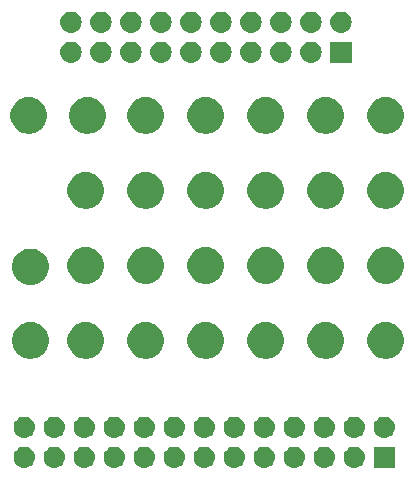
<source format=gbr>
G04 #@! TF.GenerationSoftware,KiCad,Pcbnew,(5.1.4)-1*
G04 #@! TF.CreationDate,2019-12-12T19:58:15+09:00*
G04 #@! TF.ProjectId,microcar_head,6d696372-6f63-4617-925f-686561642e6b,rev?*
G04 #@! TF.SameCoordinates,Original*
G04 #@! TF.FileFunction,Soldermask,Top*
G04 #@! TF.FilePolarity,Negative*
%FSLAX46Y46*%
G04 Gerber Fmt 4.6, Leading zero omitted, Abs format (unit mm)*
G04 Created by KiCad (PCBNEW (5.1.4)-1) date 2019-12-12 19:58:15*
%MOMM*%
%LPD*%
G04 APERTURE LIST*
%ADD10C,0.100000*%
G04 APERTURE END LIST*
D10*
G36*
X52209000Y-65036000D02*
G01*
X50407000Y-65036000D01*
X50407000Y-63234000D01*
X52209000Y-63234000D01*
X52209000Y-65036000D01*
X52209000Y-65036000D01*
G37*
G36*
X43798443Y-63240519D02*
G01*
X43864627Y-63247037D01*
X44034466Y-63298557D01*
X44190991Y-63382222D01*
X44226729Y-63411552D01*
X44328186Y-63494814D01*
X44411448Y-63596271D01*
X44440778Y-63632009D01*
X44524443Y-63788534D01*
X44575963Y-63958373D01*
X44593359Y-64135000D01*
X44575963Y-64311627D01*
X44524443Y-64481466D01*
X44440778Y-64637991D01*
X44411448Y-64673729D01*
X44328186Y-64775186D01*
X44226729Y-64858448D01*
X44190991Y-64887778D01*
X44034466Y-64971443D01*
X43864627Y-65022963D01*
X43798442Y-65029482D01*
X43732260Y-65036000D01*
X43643740Y-65036000D01*
X43577558Y-65029482D01*
X43511373Y-65022963D01*
X43341534Y-64971443D01*
X43185009Y-64887778D01*
X43149271Y-64858448D01*
X43047814Y-64775186D01*
X42964552Y-64673729D01*
X42935222Y-64637991D01*
X42851557Y-64481466D01*
X42800037Y-64311627D01*
X42782641Y-64135000D01*
X42800037Y-63958373D01*
X42851557Y-63788534D01*
X42935222Y-63632009D01*
X42964552Y-63596271D01*
X43047814Y-63494814D01*
X43149271Y-63411552D01*
X43185009Y-63382222D01*
X43341534Y-63298557D01*
X43511373Y-63247037D01*
X43577557Y-63240519D01*
X43643740Y-63234000D01*
X43732260Y-63234000D01*
X43798443Y-63240519D01*
X43798443Y-63240519D01*
G37*
G36*
X48878443Y-63240519D02*
G01*
X48944627Y-63247037D01*
X49114466Y-63298557D01*
X49270991Y-63382222D01*
X49306729Y-63411552D01*
X49408186Y-63494814D01*
X49491448Y-63596271D01*
X49520778Y-63632009D01*
X49604443Y-63788534D01*
X49655963Y-63958373D01*
X49673359Y-64135000D01*
X49655963Y-64311627D01*
X49604443Y-64481466D01*
X49520778Y-64637991D01*
X49491448Y-64673729D01*
X49408186Y-64775186D01*
X49306729Y-64858448D01*
X49270991Y-64887778D01*
X49114466Y-64971443D01*
X48944627Y-65022963D01*
X48878442Y-65029482D01*
X48812260Y-65036000D01*
X48723740Y-65036000D01*
X48657558Y-65029482D01*
X48591373Y-65022963D01*
X48421534Y-64971443D01*
X48265009Y-64887778D01*
X48229271Y-64858448D01*
X48127814Y-64775186D01*
X48044552Y-64673729D01*
X48015222Y-64637991D01*
X47931557Y-64481466D01*
X47880037Y-64311627D01*
X47862641Y-64135000D01*
X47880037Y-63958373D01*
X47931557Y-63788534D01*
X48015222Y-63632009D01*
X48044552Y-63596271D01*
X48127814Y-63494814D01*
X48229271Y-63411552D01*
X48265009Y-63382222D01*
X48421534Y-63298557D01*
X48591373Y-63247037D01*
X48657557Y-63240519D01*
X48723740Y-63234000D01*
X48812260Y-63234000D01*
X48878443Y-63240519D01*
X48878443Y-63240519D01*
G37*
G36*
X46338443Y-63240519D02*
G01*
X46404627Y-63247037D01*
X46574466Y-63298557D01*
X46730991Y-63382222D01*
X46766729Y-63411552D01*
X46868186Y-63494814D01*
X46951448Y-63596271D01*
X46980778Y-63632009D01*
X47064443Y-63788534D01*
X47115963Y-63958373D01*
X47133359Y-64135000D01*
X47115963Y-64311627D01*
X47064443Y-64481466D01*
X46980778Y-64637991D01*
X46951448Y-64673729D01*
X46868186Y-64775186D01*
X46766729Y-64858448D01*
X46730991Y-64887778D01*
X46574466Y-64971443D01*
X46404627Y-65022963D01*
X46338442Y-65029482D01*
X46272260Y-65036000D01*
X46183740Y-65036000D01*
X46117558Y-65029482D01*
X46051373Y-65022963D01*
X45881534Y-64971443D01*
X45725009Y-64887778D01*
X45689271Y-64858448D01*
X45587814Y-64775186D01*
X45504552Y-64673729D01*
X45475222Y-64637991D01*
X45391557Y-64481466D01*
X45340037Y-64311627D01*
X45322641Y-64135000D01*
X45340037Y-63958373D01*
X45391557Y-63788534D01*
X45475222Y-63632009D01*
X45504552Y-63596271D01*
X45587814Y-63494814D01*
X45689271Y-63411552D01*
X45725009Y-63382222D01*
X45881534Y-63298557D01*
X46051373Y-63247037D01*
X46117557Y-63240519D01*
X46183740Y-63234000D01*
X46272260Y-63234000D01*
X46338443Y-63240519D01*
X46338443Y-63240519D01*
G37*
G36*
X41258443Y-63240519D02*
G01*
X41324627Y-63247037D01*
X41494466Y-63298557D01*
X41650991Y-63382222D01*
X41686729Y-63411552D01*
X41788186Y-63494814D01*
X41871448Y-63596271D01*
X41900778Y-63632009D01*
X41984443Y-63788534D01*
X42035963Y-63958373D01*
X42053359Y-64135000D01*
X42035963Y-64311627D01*
X41984443Y-64481466D01*
X41900778Y-64637991D01*
X41871448Y-64673729D01*
X41788186Y-64775186D01*
X41686729Y-64858448D01*
X41650991Y-64887778D01*
X41494466Y-64971443D01*
X41324627Y-65022963D01*
X41258442Y-65029482D01*
X41192260Y-65036000D01*
X41103740Y-65036000D01*
X41037558Y-65029482D01*
X40971373Y-65022963D01*
X40801534Y-64971443D01*
X40645009Y-64887778D01*
X40609271Y-64858448D01*
X40507814Y-64775186D01*
X40424552Y-64673729D01*
X40395222Y-64637991D01*
X40311557Y-64481466D01*
X40260037Y-64311627D01*
X40242641Y-64135000D01*
X40260037Y-63958373D01*
X40311557Y-63788534D01*
X40395222Y-63632009D01*
X40424552Y-63596271D01*
X40507814Y-63494814D01*
X40609271Y-63411552D01*
X40645009Y-63382222D01*
X40801534Y-63298557D01*
X40971373Y-63247037D01*
X41037557Y-63240519D01*
X41103740Y-63234000D01*
X41192260Y-63234000D01*
X41258443Y-63240519D01*
X41258443Y-63240519D01*
G37*
G36*
X38718443Y-63240519D02*
G01*
X38784627Y-63247037D01*
X38954466Y-63298557D01*
X39110991Y-63382222D01*
X39146729Y-63411552D01*
X39248186Y-63494814D01*
X39331448Y-63596271D01*
X39360778Y-63632009D01*
X39444443Y-63788534D01*
X39495963Y-63958373D01*
X39513359Y-64135000D01*
X39495963Y-64311627D01*
X39444443Y-64481466D01*
X39360778Y-64637991D01*
X39331448Y-64673729D01*
X39248186Y-64775186D01*
X39146729Y-64858448D01*
X39110991Y-64887778D01*
X38954466Y-64971443D01*
X38784627Y-65022963D01*
X38718442Y-65029482D01*
X38652260Y-65036000D01*
X38563740Y-65036000D01*
X38497558Y-65029482D01*
X38431373Y-65022963D01*
X38261534Y-64971443D01*
X38105009Y-64887778D01*
X38069271Y-64858448D01*
X37967814Y-64775186D01*
X37884552Y-64673729D01*
X37855222Y-64637991D01*
X37771557Y-64481466D01*
X37720037Y-64311627D01*
X37702641Y-64135000D01*
X37720037Y-63958373D01*
X37771557Y-63788534D01*
X37855222Y-63632009D01*
X37884552Y-63596271D01*
X37967814Y-63494814D01*
X38069271Y-63411552D01*
X38105009Y-63382222D01*
X38261534Y-63298557D01*
X38431373Y-63247037D01*
X38497557Y-63240519D01*
X38563740Y-63234000D01*
X38652260Y-63234000D01*
X38718443Y-63240519D01*
X38718443Y-63240519D01*
G37*
G36*
X36178443Y-63240519D02*
G01*
X36244627Y-63247037D01*
X36414466Y-63298557D01*
X36570991Y-63382222D01*
X36606729Y-63411552D01*
X36708186Y-63494814D01*
X36791448Y-63596271D01*
X36820778Y-63632009D01*
X36904443Y-63788534D01*
X36955963Y-63958373D01*
X36973359Y-64135000D01*
X36955963Y-64311627D01*
X36904443Y-64481466D01*
X36820778Y-64637991D01*
X36791448Y-64673729D01*
X36708186Y-64775186D01*
X36606729Y-64858448D01*
X36570991Y-64887778D01*
X36414466Y-64971443D01*
X36244627Y-65022963D01*
X36178442Y-65029482D01*
X36112260Y-65036000D01*
X36023740Y-65036000D01*
X35957558Y-65029482D01*
X35891373Y-65022963D01*
X35721534Y-64971443D01*
X35565009Y-64887778D01*
X35529271Y-64858448D01*
X35427814Y-64775186D01*
X35344552Y-64673729D01*
X35315222Y-64637991D01*
X35231557Y-64481466D01*
X35180037Y-64311627D01*
X35162641Y-64135000D01*
X35180037Y-63958373D01*
X35231557Y-63788534D01*
X35315222Y-63632009D01*
X35344552Y-63596271D01*
X35427814Y-63494814D01*
X35529271Y-63411552D01*
X35565009Y-63382222D01*
X35721534Y-63298557D01*
X35891373Y-63247037D01*
X35957557Y-63240519D01*
X36023740Y-63234000D01*
X36112260Y-63234000D01*
X36178443Y-63240519D01*
X36178443Y-63240519D01*
G37*
G36*
X31098443Y-63240519D02*
G01*
X31164627Y-63247037D01*
X31334466Y-63298557D01*
X31490991Y-63382222D01*
X31526729Y-63411552D01*
X31628186Y-63494814D01*
X31711448Y-63596271D01*
X31740778Y-63632009D01*
X31824443Y-63788534D01*
X31875963Y-63958373D01*
X31893359Y-64135000D01*
X31875963Y-64311627D01*
X31824443Y-64481466D01*
X31740778Y-64637991D01*
X31711448Y-64673729D01*
X31628186Y-64775186D01*
X31526729Y-64858448D01*
X31490991Y-64887778D01*
X31334466Y-64971443D01*
X31164627Y-65022963D01*
X31098442Y-65029482D01*
X31032260Y-65036000D01*
X30943740Y-65036000D01*
X30877558Y-65029482D01*
X30811373Y-65022963D01*
X30641534Y-64971443D01*
X30485009Y-64887778D01*
X30449271Y-64858448D01*
X30347814Y-64775186D01*
X30264552Y-64673729D01*
X30235222Y-64637991D01*
X30151557Y-64481466D01*
X30100037Y-64311627D01*
X30082641Y-64135000D01*
X30100037Y-63958373D01*
X30151557Y-63788534D01*
X30235222Y-63632009D01*
X30264552Y-63596271D01*
X30347814Y-63494814D01*
X30449271Y-63411552D01*
X30485009Y-63382222D01*
X30641534Y-63298557D01*
X30811373Y-63247037D01*
X30877557Y-63240519D01*
X30943740Y-63234000D01*
X31032260Y-63234000D01*
X31098443Y-63240519D01*
X31098443Y-63240519D01*
G37*
G36*
X28558443Y-63240519D02*
G01*
X28624627Y-63247037D01*
X28794466Y-63298557D01*
X28950991Y-63382222D01*
X28986729Y-63411552D01*
X29088186Y-63494814D01*
X29171448Y-63596271D01*
X29200778Y-63632009D01*
X29284443Y-63788534D01*
X29335963Y-63958373D01*
X29353359Y-64135000D01*
X29335963Y-64311627D01*
X29284443Y-64481466D01*
X29200778Y-64637991D01*
X29171448Y-64673729D01*
X29088186Y-64775186D01*
X28986729Y-64858448D01*
X28950991Y-64887778D01*
X28794466Y-64971443D01*
X28624627Y-65022963D01*
X28558442Y-65029482D01*
X28492260Y-65036000D01*
X28403740Y-65036000D01*
X28337558Y-65029482D01*
X28271373Y-65022963D01*
X28101534Y-64971443D01*
X27945009Y-64887778D01*
X27909271Y-64858448D01*
X27807814Y-64775186D01*
X27724552Y-64673729D01*
X27695222Y-64637991D01*
X27611557Y-64481466D01*
X27560037Y-64311627D01*
X27542641Y-64135000D01*
X27560037Y-63958373D01*
X27611557Y-63788534D01*
X27695222Y-63632009D01*
X27724552Y-63596271D01*
X27807814Y-63494814D01*
X27909271Y-63411552D01*
X27945009Y-63382222D01*
X28101534Y-63298557D01*
X28271373Y-63247037D01*
X28337557Y-63240519D01*
X28403740Y-63234000D01*
X28492260Y-63234000D01*
X28558443Y-63240519D01*
X28558443Y-63240519D01*
G37*
G36*
X26018443Y-63240519D02*
G01*
X26084627Y-63247037D01*
X26254466Y-63298557D01*
X26410991Y-63382222D01*
X26446729Y-63411552D01*
X26548186Y-63494814D01*
X26631448Y-63596271D01*
X26660778Y-63632009D01*
X26744443Y-63788534D01*
X26795963Y-63958373D01*
X26813359Y-64135000D01*
X26795963Y-64311627D01*
X26744443Y-64481466D01*
X26660778Y-64637991D01*
X26631448Y-64673729D01*
X26548186Y-64775186D01*
X26446729Y-64858448D01*
X26410991Y-64887778D01*
X26254466Y-64971443D01*
X26084627Y-65022963D01*
X26018442Y-65029482D01*
X25952260Y-65036000D01*
X25863740Y-65036000D01*
X25797558Y-65029482D01*
X25731373Y-65022963D01*
X25561534Y-64971443D01*
X25405009Y-64887778D01*
X25369271Y-64858448D01*
X25267814Y-64775186D01*
X25184552Y-64673729D01*
X25155222Y-64637991D01*
X25071557Y-64481466D01*
X25020037Y-64311627D01*
X25002641Y-64135000D01*
X25020037Y-63958373D01*
X25071557Y-63788534D01*
X25155222Y-63632009D01*
X25184552Y-63596271D01*
X25267814Y-63494814D01*
X25369271Y-63411552D01*
X25405009Y-63382222D01*
X25561534Y-63298557D01*
X25731373Y-63247037D01*
X25797557Y-63240519D01*
X25863740Y-63234000D01*
X25952260Y-63234000D01*
X26018443Y-63240519D01*
X26018443Y-63240519D01*
G37*
G36*
X23478443Y-63240519D02*
G01*
X23544627Y-63247037D01*
X23714466Y-63298557D01*
X23870991Y-63382222D01*
X23906729Y-63411552D01*
X24008186Y-63494814D01*
X24091448Y-63596271D01*
X24120778Y-63632009D01*
X24204443Y-63788534D01*
X24255963Y-63958373D01*
X24273359Y-64135000D01*
X24255963Y-64311627D01*
X24204443Y-64481466D01*
X24120778Y-64637991D01*
X24091448Y-64673729D01*
X24008186Y-64775186D01*
X23906729Y-64858448D01*
X23870991Y-64887778D01*
X23714466Y-64971443D01*
X23544627Y-65022963D01*
X23478442Y-65029482D01*
X23412260Y-65036000D01*
X23323740Y-65036000D01*
X23257558Y-65029482D01*
X23191373Y-65022963D01*
X23021534Y-64971443D01*
X22865009Y-64887778D01*
X22829271Y-64858448D01*
X22727814Y-64775186D01*
X22644552Y-64673729D01*
X22615222Y-64637991D01*
X22531557Y-64481466D01*
X22480037Y-64311627D01*
X22462641Y-64135000D01*
X22480037Y-63958373D01*
X22531557Y-63788534D01*
X22615222Y-63632009D01*
X22644552Y-63596271D01*
X22727814Y-63494814D01*
X22829271Y-63411552D01*
X22865009Y-63382222D01*
X23021534Y-63298557D01*
X23191373Y-63247037D01*
X23257557Y-63240519D01*
X23323740Y-63234000D01*
X23412260Y-63234000D01*
X23478443Y-63240519D01*
X23478443Y-63240519D01*
G37*
G36*
X20938443Y-63240519D02*
G01*
X21004627Y-63247037D01*
X21174466Y-63298557D01*
X21330991Y-63382222D01*
X21366729Y-63411552D01*
X21468186Y-63494814D01*
X21551448Y-63596271D01*
X21580778Y-63632009D01*
X21664443Y-63788534D01*
X21715963Y-63958373D01*
X21733359Y-64135000D01*
X21715963Y-64311627D01*
X21664443Y-64481466D01*
X21580778Y-64637991D01*
X21551448Y-64673729D01*
X21468186Y-64775186D01*
X21366729Y-64858448D01*
X21330991Y-64887778D01*
X21174466Y-64971443D01*
X21004627Y-65022963D01*
X20938442Y-65029482D01*
X20872260Y-65036000D01*
X20783740Y-65036000D01*
X20717558Y-65029482D01*
X20651373Y-65022963D01*
X20481534Y-64971443D01*
X20325009Y-64887778D01*
X20289271Y-64858448D01*
X20187814Y-64775186D01*
X20104552Y-64673729D01*
X20075222Y-64637991D01*
X19991557Y-64481466D01*
X19940037Y-64311627D01*
X19922641Y-64135000D01*
X19940037Y-63958373D01*
X19991557Y-63788534D01*
X20075222Y-63632009D01*
X20104552Y-63596271D01*
X20187814Y-63494814D01*
X20289271Y-63411552D01*
X20325009Y-63382222D01*
X20481534Y-63298557D01*
X20651373Y-63247037D01*
X20717557Y-63240519D01*
X20783740Y-63234000D01*
X20872260Y-63234000D01*
X20938443Y-63240519D01*
X20938443Y-63240519D01*
G37*
G36*
X33638443Y-63240519D02*
G01*
X33704627Y-63247037D01*
X33874466Y-63298557D01*
X34030991Y-63382222D01*
X34066729Y-63411552D01*
X34168186Y-63494814D01*
X34251448Y-63596271D01*
X34280778Y-63632009D01*
X34364443Y-63788534D01*
X34415963Y-63958373D01*
X34433359Y-64135000D01*
X34415963Y-64311627D01*
X34364443Y-64481466D01*
X34280778Y-64637991D01*
X34251448Y-64673729D01*
X34168186Y-64775186D01*
X34066729Y-64858448D01*
X34030991Y-64887778D01*
X33874466Y-64971443D01*
X33704627Y-65022963D01*
X33638442Y-65029482D01*
X33572260Y-65036000D01*
X33483740Y-65036000D01*
X33417558Y-65029482D01*
X33351373Y-65022963D01*
X33181534Y-64971443D01*
X33025009Y-64887778D01*
X32989271Y-64858448D01*
X32887814Y-64775186D01*
X32804552Y-64673729D01*
X32775222Y-64637991D01*
X32691557Y-64481466D01*
X32640037Y-64311627D01*
X32622641Y-64135000D01*
X32640037Y-63958373D01*
X32691557Y-63788534D01*
X32775222Y-63632009D01*
X32804552Y-63596271D01*
X32887814Y-63494814D01*
X32989271Y-63411552D01*
X33025009Y-63382222D01*
X33181534Y-63298557D01*
X33351373Y-63247037D01*
X33417557Y-63240519D01*
X33483740Y-63234000D01*
X33572260Y-63234000D01*
X33638443Y-63240519D01*
X33638443Y-63240519D01*
G37*
G36*
X20938443Y-60700519D02*
G01*
X21004627Y-60707037D01*
X21174466Y-60758557D01*
X21330991Y-60842222D01*
X21366729Y-60871552D01*
X21468186Y-60954814D01*
X21551448Y-61056271D01*
X21580778Y-61092009D01*
X21664443Y-61248534D01*
X21715963Y-61418373D01*
X21733359Y-61595000D01*
X21715963Y-61771627D01*
X21664443Y-61941466D01*
X21580778Y-62097991D01*
X21551448Y-62133729D01*
X21468186Y-62235186D01*
X21366729Y-62318448D01*
X21330991Y-62347778D01*
X21174466Y-62431443D01*
X21004627Y-62482963D01*
X20938443Y-62489481D01*
X20872260Y-62496000D01*
X20783740Y-62496000D01*
X20717557Y-62489481D01*
X20651373Y-62482963D01*
X20481534Y-62431443D01*
X20325009Y-62347778D01*
X20289271Y-62318448D01*
X20187814Y-62235186D01*
X20104552Y-62133729D01*
X20075222Y-62097991D01*
X19991557Y-61941466D01*
X19940037Y-61771627D01*
X19922641Y-61595000D01*
X19940037Y-61418373D01*
X19991557Y-61248534D01*
X20075222Y-61092009D01*
X20104552Y-61056271D01*
X20187814Y-60954814D01*
X20289271Y-60871552D01*
X20325009Y-60842222D01*
X20481534Y-60758557D01*
X20651373Y-60707037D01*
X20717557Y-60700519D01*
X20783740Y-60694000D01*
X20872260Y-60694000D01*
X20938443Y-60700519D01*
X20938443Y-60700519D01*
G37*
G36*
X51418443Y-60700519D02*
G01*
X51484627Y-60707037D01*
X51654466Y-60758557D01*
X51810991Y-60842222D01*
X51846729Y-60871552D01*
X51948186Y-60954814D01*
X52031448Y-61056271D01*
X52060778Y-61092009D01*
X52144443Y-61248534D01*
X52195963Y-61418373D01*
X52213359Y-61595000D01*
X52195963Y-61771627D01*
X52144443Y-61941466D01*
X52060778Y-62097991D01*
X52031448Y-62133729D01*
X51948186Y-62235186D01*
X51846729Y-62318448D01*
X51810991Y-62347778D01*
X51654466Y-62431443D01*
X51484627Y-62482963D01*
X51418443Y-62489481D01*
X51352260Y-62496000D01*
X51263740Y-62496000D01*
X51197557Y-62489481D01*
X51131373Y-62482963D01*
X50961534Y-62431443D01*
X50805009Y-62347778D01*
X50769271Y-62318448D01*
X50667814Y-62235186D01*
X50584552Y-62133729D01*
X50555222Y-62097991D01*
X50471557Y-61941466D01*
X50420037Y-61771627D01*
X50402641Y-61595000D01*
X50420037Y-61418373D01*
X50471557Y-61248534D01*
X50555222Y-61092009D01*
X50584552Y-61056271D01*
X50667814Y-60954814D01*
X50769271Y-60871552D01*
X50805009Y-60842222D01*
X50961534Y-60758557D01*
X51131373Y-60707037D01*
X51197557Y-60700519D01*
X51263740Y-60694000D01*
X51352260Y-60694000D01*
X51418443Y-60700519D01*
X51418443Y-60700519D01*
G37*
G36*
X48878443Y-60700519D02*
G01*
X48944627Y-60707037D01*
X49114466Y-60758557D01*
X49270991Y-60842222D01*
X49306729Y-60871552D01*
X49408186Y-60954814D01*
X49491448Y-61056271D01*
X49520778Y-61092009D01*
X49604443Y-61248534D01*
X49655963Y-61418373D01*
X49673359Y-61595000D01*
X49655963Y-61771627D01*
X49604443Y-61941466D01*
X49520778Y-62097991D01*
X49491448Y-62133729D01*
X49408186Y-62235186D01*
X49306729Y-62318448D01*
X49270991Y-62347778D01*
X49114466Y-62431443D01*
X48944627Y-62482963D01*
X48878443Y-62489481D01*
X48812260Y-62496000D01*
X48723740Y-62496000D01*
X48657557Y-62489481D01*
X48591373Y-62482963D01*
X48421534Y-62431443D01*
X48265009Y-62347778D01*
X48229271Y-62318448D01*
X48127814Y-62235186D01*
X48044552Y-62133729D01*
X48015222Y-62097991D01*
X47931557Y-61941466D01*
X47880037Y-61771627D01*
X47862641Y-61595000D01*
X47880037Y-61418373D01*
X47931557Y-61248534D01*
X48015222Y-61092009D01*
X48044552Y-61056271D01*
X48127814Y-60954814D01*
X48229271Y-60871552D01*
X48265009Y-60842222D01*
X48421534Y-60758557D01*
X48591373Y-60707037D01*
X48657557Y-60700519D01*
X48723740Y-60694000D01*
X48812260Y-60694000D01*
X48878443Y-60700519D01*
X48878443Y-60700519D01*
G37*
G36*
X46338443Y-60700519D02*
G01*
X46404627Y-60707037D01*
X46574466Y-60758557D01*
X46730991Y-60842222D01*
X46766729Y-60871552D01*
X46868186Y-60954814D01*
X46951448Y-61056271D01*
X46980778Y-61092009D01*
X47064443Y-61248534D01*
X47115963Y-61418373D01*
X47133359Y-61595000D01*
X47115963Y-61771627D01*
X47064443Y-61941466D01*
X46980778Y-62097991D01*
X46951448Y-62133729D01*
X46868186Y-62235186D01*
X46766729Y-62318448D01*
X46730991Y-62347778D01*
X46574466Y-62431443D01*
X46404627Y-62482963D01*
X46338443Y-62489481D01*
X46272260Y-62496000D01*
X46183740Y-62496000D01*
X46117557Y-62489481D01*
X46051373Y-62482963D01*
X45881534Y-62431443D01*
X45725009Y-62347778D01*
X45689271Y-62318448D01*
X45587814Y-62235186D01*
X45504552Y-62133729D01*
X45475222Y-62097991D01*
X45391557Y-61941466D01*
X45340037Y-61771627D01*
X45322641Y-61595000D01*
X45340037Y-61418373D01*
X45391557Y-61248534D01*
X45475222Y-61092009D01*
X45504552Y-61056271D01*
X45587814Y-60954814D01*
X45689271Y-60871552D01*
X45725009Y-60842222D01*
X45881534Y-60758557D01*
X46051373Y-60707037D01*
X46117557Y-60700519D01*
X46183740Y-60694000D01*
X46272260Y-60694000D01*
X46338443Y-60700519D01*
X46338443Y-60700519D01*
G37*
G36*
X43798443Y-60700519D02*
G01*
X43864627Y-60707037D01*
X44034466Y-60758557D01*
X44190991Y-60842222D01*
X44226729Y-60871552D01*
X44328186Y-60954814D01*
X44411448Y-61056271D01*
X44440778Y-61092009D01*
X44524443Y-61248534D01*
X44575963Y-61418373D01*
X44593359Y-61595000D01*
X44575963Y-61771627D01*
X44524443Y-61941466D01*
X44440778Y-62097991D01*
X44411448Y-62133729D01*
X44328186Y-62235186D01*
X44226729Y-62318448D01*
X44190991Y-62347778D01*
X44034466Y-62431443D01*
X43864627Y-62482963D01*
X43798443Y-62489481D01*
X43732260Y-62496000D01*
X43643740Y-62496000D01*
X43577557Y-62489481D01*
X43511373Y-62482963D01*
X43341534Y-62431443D01*
X43185009Y-62347778D01*
X43149271Y-62318448D01*
X43047814Y-62235186D01*
X42964552Y-62133729D01*
X42935222Y-62097991D01*
X42851557Y-61941466D01*
X42800037Y-61771627D01*
X42782641Y-61595000D01*
X42800037Y-61418373D01*
X42851557Y-61248534D01*
X42935222Y-61092009D01*
X42964552Y-61056271D01*
X43047814Y-60954814D01*
X43149271Y-60871552D01*
X43185009Y-60842222D01*
X43341534Y-60758557D01*
X43511373Y-60707037D01*
X43577557Y-60700519D01*
X43643740Y-60694000D01*
X43732260Y-60694000D01*
X43798443Y-60700519D01*
X43798443Y-60700519D01*
G37*
G36*
X41258443Y-60700519D02*
G01*
X41324627Y-60707037D01*
X41494466Y-60758557D01*
X41650991Y-60842222D01*
X41686729Y-60871552D01*
X41788186Y-60954814D01*
X41871448Y-61056271D01*
X41900778Y-61092009D01*
X41984443Y-61248534D01*
X42035963Y-61418373D01*
X42053359Y-61595000D01*
X42035963Y-61771627D01*
X41984443Y-61941466D01*
X41900778Y-62097991D01*
X41871448Y-62133729D01*
X41788186Y-62235186D01*
X41686729Y-62318448D01*
X41650991Y-62347778D01*
X41494466Y-62431443D01*
X41324627Y-62482963D01*
X41258443Y-62489481D01*
X41192260Y-62496000D01*
X41103740Y-62496000D01*
X41037557Y-62489481D01*
X40971373Y-62482963D01*
X40801534Y-62431443D01*
X40645009Y-62347778D01*
X40609271Y-62318448D01*
X40507814Y-62235186D01*
X40424552Y-62133729D01*
X40395222Y-62097991D01*
X40311557Y-61941466D01*
X40260037Y-61771627D01*
X40242641Y-61595000D01*
X40260037Y-61418373D01*
X40311557Y-61248534D01*
X40395222Y-61092009D01*
X40424552Y-61056271D01*
X40507814Y-60954814D01*
X40609271Y-60871552D01*
X40645009Y-60842222D01*
X40801534Y-60758557D01*
X40971373Y-60707037D01*
X41037557Y-60700519D01*
X41103740Y-60694000D01*
X41192260Y-60694000D01*
X41258443Y-60700519D01*
X41258443Y-60700519D01*
G37*
G36*
X33638443Y-60700519D02*
G01*
X33704627Y-60707037D01*
X33874466Y-60758557D01*
X34030991Y-60842222D01*
X34066729Y-60871552D01*
X34168186Y-60954814D01*
X34251448Y-61056271D01*
X34280778Y-61092009D01*
X34364443Y-61248534D01*
X34415963Y-61418373D01*
X34433359Y-61595000D01*
X34415963Y-61771627D01*
X34364443Y-61941466D01*
X34280778Y-62097991D01*
X34251448Y-62133729D01*
X34168186Y-62235186D01*
X34066729Y-62318448D01*
X34030991Y-62347778D01*
X33874466Y-62431443D01*
X33704627Y-62482963D01*
X33638443Y-62489481D01*
X33572260Y-62496000D01*
X33483740Y-62496000D01*
X33417557Y-62489481D01*
X33351373Y-62482963D01*
X33181534Y-62431443D01*
X33025009Y-62347778D01*
X32989271Y-62318448D01*
X32887814Y-62235186D01*
X32804552Y-62133729D01*
X32775222Y-62097991D01*
X32691557Y-61941466D01*
X32640037Y-61771627D01*
X32622641Y-61595000D01*
X32640037Y-61418373D01*
X32691557Y-61248534D01*
X32775222Y-61092009D01*
X32804552Y-61056271D01*
X32887814Y-60954814D01*
X32989271Y-60871552D01*
X33025009Y-60842222D01*
X33181534Y-60758557D01*
X33351373Y-60707037D01*
X33417557Y-60700519D01*
X33483740Y-60694000D01*
X33572260Y-60694000D01*
X33638443Y-60700519D01*
X33638443Y-60700519D01*
G37*
G36*
X31098443Y-60700519D02*
G01*
X31164627Y-60707037D01*
X31334466Y-60758557D01*
X31490991Y-60842222D01*
X31526729Y-60871552D01*
X31628186Y-60954814D01*
X31711448Y-61056271D01*
X31740778Y-61092009D01*
X31824443Y-61248534D01*
X31875963Y-61418373D01*
X31893359Y-61595000D01*
X31875963Y-61771627D01*
X31824443Y-61941466D01*
X31740778Y-62097991D01*
X31711448Y-62133729D01*
X31628186Y-62235186D01*
X31526729Y-62318448D01*
X31490991Y-62347778D01*
X31334466Y-62431443D01*
X31164627Y-62482963D01*
X31098443Y-62489481D01*
X31032260Y-62496000D01*
X30943740Y-62496000D01*
X30877557Y-62489481D01*
X30811373Y-62482963D01*
X30641534Y-62431443D01*
X30485009Y-62347778D01*
X30449271Y-62318448D01*
X30347814Y-62235186D01*
X30264552Y-62133729D01*
X30235222Y-62097991D01*
X30151557Y-61941466D01*
X30100037Y-61771627D01*
X30082641Y-61595000D01*
X30100037Y-61418373D01*
X30151557Y-61248534D01*
X30235222Y-61092009D01*
X30264552Y-61056271D01*
X30347814Y-60954814D01*
X30449271Y-60871552D01*
X30485009Y-60842222D01*
X30641534Y-60758557D01*
X30811373Y-60707037D01*
X30877557Y-60700519D01*
X30943740Y-60694000D01*
X31032260Y-60694000D01*
X31098443Y-60700519D01*
X31098443Y-60700519D01*
G37*
G36*
X23478443Y-60700519D02*
G01*
X23544627Y-60707037D01*
X23714466Y-60758557D01*
X23870991Y-60842222D01*
X23906729Y-60871552D01*
X24008186Y-60954814D01*
X24091448Y-61056271D01*
X24120778Y-61092009D01*
X24204443Y-61248534D01*
X24255963Y-61418373D01*
X24273359Y-61595000D01*
X24255963Y-61771627D01*
X24204443Y-61941466D01*
X24120778Y-62097991D01*
X24091448Y-62133729D01*
X24008186Y-62235186D01*
X23906729Y-62318448D01*
X23870991Y-62347778D01*
X23714466Y-62431443D01*
X23544627Y-62482963D01*
X23478443Y-62489481D01*
X23412260Y-62496000D01*
X23323740Y-62496000D01*
X23257557Y-62489481D01*
X23191373Y-62482963D01*
X23021534Y-62431443D01*
X22865009Y-62347778D01*
X22829271Y-62318448D01*
X22727814Y-62235186D01*
X22644552Y-62133729D01*
X22615222Y-62097991D01*
X22531557Y-61941466D01*
X22480037Y-61771627D01*
X22462641Y-61595000D01*
X22480037Y-61418373D01*
X22531557Y-61248534D01*
X22615222Y-61092009D01*
X22644552Y-61056271D01*
X22727814Y-60954814D01*
X22829271Y-60871552D01*
X22865009Y-60842222D01*
X23021534Y-60758557D01*
X23191373Y-60707037D01*
X23257557Y-60700519D01*
X23323740Y-60694000D01*
X23412260Y-60694000D01*
X23478443Y-60700519D01*
X23478443Y-60700519D01*
G37*
G36*
X28558443Y-60700519D02*
G01*
X28624627Y-60707037D01*
X28794466Y-60758557D01*
X28950991Y-60842222D01*
X28986729Y-60871552D01*
X29088186Y-60954814D01*
X29171448Y-61056271D01*
X29200778Y-61092009D01*
X29284443Y-61248534D01*
X29335963Y-61418373D01*
X29353359Y-61595000D01*
X29335963Y-61771627D01*
X29284443Y-61941466D01*
X29200778Y-62097991D01*
X29171448Y-62133729D01*
X29088186Y-62235186D01*
X28986729Y-62318448D01*
X28950991Y-62347778D01*
X28794466Y-62431443D01*
X28624627Y-62482963D01*
X28558443Y-62489481D01*
X28492260Y-62496000D01*
X28403740Y-62496000D01*
X28337557Y-62489481D01*
X28271373Y-62482963D01*
X28101534Y-62431443D01*
X27945009Y-62347778D01*
X27909271Y-62318448D01*
X27807814Y-62235186D01*
X27724552Y-62133729D01*
X27695222Y-62097991D01*
X27611557Y-61941466D01*
X27560037Y-61771627D01*
X27542641Y-61595000D01*
X27560037Y-61418373D01*
X27611557Y-61248534D01*
X27695222Y-61092009D01*
X27724552Y-61056271D01*
X27807814Y-60954814D01*
X27909271Y-60871552D01*
X27945009Y-60842222D01*
X28101534Y-60758557D01*
X28271373Y-60707037D01*
X28337557Y-60700519D01*
X28403740Y-60694000D01*
X28492260Y-60694000D01*
X28558443Y-60700519D01*
X28558443Y-60700519D01*
G37*
G36*
X26018443Y-60700519D02*
G01*
X26084627Y-60707037D01*
X26254466Y-60758557D01*
X26410991Y-60842222D01*
X26446729Y-60871552D01*
X26548186Y-60954814D01*
X26631448Y-61056271D01*
X26660778Y-61092009D01*
X26744443Y-61248534D01*
X26795963Y-61418373D01*
X26813359Y-61595000D01*
X26795963Y-61771627D01*
X26744443Y-61941466D01*
X26660778Y-62097991D01*
X26631448Y-62133729D01*
X26548186Y-62235186D01*
X26446729Y-62318448D01*
X26410991Y-62347778D01*
X26254466Y-62431443D01*
X26084627Y-62482963D01*
X26018443Y-62489481D01*
X25952260Y-62496000D01*
X25863740Y-62496000D01*
X25797557Y-62489481D01*
X25731373Y-62482963D01*
X25561534Y-62431443D01*
X25405009Y-62347778D01*
X25369271Y-62318448D01*
X25267814Y-62235186D01*
X25184552Y-62133729D01*
X25155222Y-62097991D01*
X25071557Y-61941466D01*
X25020037Y-61771627D01*
X25002641Y-61595000D01*
X25020037Y-61418373D01*
X25071557Y-61248534D01*
X25155222Y-61092009D01*
X25184552Y-61056271D01*
X25267814Y-60954814D01*
X25369271Y-60871552D01*
X25405009Y-60842222D01*
X25561534Y-60758557D01*
X25731373Y-60707037D01*
X25797557Y-60700519D01*
X25863740Y-60694000D01*
X25952260Y-60694000D01*
X26018443Y-60700519D01*
X26018443Y-60700519D01*
G37*
G36*
X36178443Y-60700519D02*
G01*
X36244627Y-60707037D01*
X36414466Y-60758557D01*
X36570991Y-60842222D01*
X36606729Y-60871552D01*
X36708186Y-60954814D01*
X36791448Y-61056271D01*
X36820778Y-61092009D01*
X36904443Y-61248534D01*
X36955963Y-61418373D01*
X36973359Y-61595000D01*
X36955963Y-61771627D01*
X36904443Y-61941466D01*
X36820778Y-62097991D01*
X36791448Y-62133729D01*
X36708186Y-62235186D01*
X36606729Y-62318448D01*
X36570991Y-62347778D01*
X36414466Y-62431443D01*
X36244627Y-62482963D01*
X36178443Y-62489481D01*
X36112260Y-62496000D01*
X36023740Y-62496000D01*
X35957557Y-62489481D01*
X35891373Y-62482963D01*
X35721534Y-62431443D01*
X35565009Y-62347778D01*
X35529271Y-62318448D01*
X35427814Y-62235186D01*
X35344552Y-62133729D01*
X35315222Y-62097991D01*
X35231557Y-61941466D01*
X35180037Y-61771627D01*
X35162641Y-61595000D01*
X35180037Y-61418373D01*
X35231557Y-61248534D01*
X35315222Y-61092009D01*
X35344552Y-61056271D01*
X35427814Y-60954814D01*
X35529271Y-60871552D01*
X35565009Y-60842222D01*
X35721534Y-60758557D01*
X35891373Y-60707037D01*
X35957557Y-60700519D01*
X36023740Y-60694000D01*
X36112260Y-60694000D01*
X36178443Y-60700519D01*
X36178443Y-60700519D01*
G37*
G36*
X38718443Y-60700519D02*
G01*
X38784627Y-60707037D01*
X38954466Y-60758557D01*
X39110991Y-60842222D01*
X39146729Y-60871552D01*
X39248186Y-60954814D01*
X39331448Y-61056271D01*
X39360778Y-61092009D01*
X39444443Y-61248534D01*
X39495963Y-61418373D01*
X39513359Y-61595000D01*
X39495963Y-61771627D01*
X39444443Y-61941466D01*
X39360778Y-62097991D01*
X39331448Y-62133729D01*
X39248186Y-62235186D01*
X39146729Y-62318448D01*
X39110991Y-62347778D01*
X38954466Y-62431443D01*
X38784627Y-62482963D01*
X38718443Y-62489481D01*
X38652260Y-62496000D01*
X38563740Y-62496000D01*
X38497557Y-62489481D01*
X38431373Y-62482963D01*
X38261534Y-62431443D01*
X38105009Y-62347778D01*
X38069271Y-62318448D01*
X37967814Y-62235186D01*
X37884552Y-62133729D01*
X37855222Y-62097991D01*
X37771557Y-61941466D01*
X37720037Y-61771627D01*
X37702641Y-61595000D01*
X37720037Y-61418373D01*
X37771557Y-61248534D01*
X37855222Y-61092009D01*
X37884552Y-61056271D01*
X37967814Y-60954814D01*
X38069271Y-60871552D01*
X38105009Y-60842222D01*
X38261534Y-60758557D01*
X38431373Y-60707037D01*
X38497557Y-60700519D01*
X38563740Y-60694000D01*
X38652260Y-60694000D01*
X38718443Y-60700519D01*
X38718443Y-60700519D01*
G37*
G36*
X41577585Y-52707802D02*
G01*
X41727410Y-52737604D01*
X42009674Y-52854521D01*
X42263705Y-53024259D01*
X42479741Y-53240295D01*
X42649479Y-53494326D01*
X42766396Y-53776590D01*
X42826000Y-54076240D01*
X42826000Y-54381760D01*
X42766396Y-54681410D01*
X42649479Y-54963674D01*
X42479741Y-55217705D01*
X42263705Y-55433741D01*
X42009674Y-55603479D01*
X41727410Y-55720396D01*
X41577585Y-55750198D01*
X41427761Y-55780000D01*
X41122239Y-55780000D01*
X40972415Y-55750198D01*
X40822590Y-55720396D01*
X40540326Y-55603479D01*
X40286295Y-55433741D01*
X40070259Y-55217705D01*
X39900521Y-54963674D01*
X39783604Y-54681410D01*
X39724000Y-54381760D01*
X39724000Y-54076240D01*
X39783604Y-53776590D01*
X39900521Y-53494326D01*
X40070259Y-53240295D01*
X40286295Y-53024259D01*
X40540326Y-52854521D01*
X40822590Y-52737604D01*
X40972415Y-52707802D01*
X41122239Y-52678000D01*
X41427761Y-52678000D01*
X41577585Y-52707802D01*
X41577585Y-52707802D01*
G37*
G36*
X51737585Y-52707802D02*
G01*
X51887410Y-52737604D01*
X52169674Y-52854521D01*
X52423705Y-53024259D01*
X52639741Y-53240295D01*
X52809479Y-53494326D01*
X52926396Y-53776590D01*
X52986000Y-54076240D01*
X52986000Y-54381760D01*
X52926396Y-54681410D01*
X52809479Y-54963674D01*
X52639741Y-55217705D01*
X52423705Y-55433741D01*
X52169674Y-55603479D01*
X51887410Y-55720396D01*
X51737585Y-55750198D01*
X51587761Y-55780000D01*
X51282239Y-55780000D01*
X51132415Y-55750198D01*
X50982590Y-55720396D01*
X50700326Y-55603479D01*
X50446295Y-55433741D01*
X50230259Y-55217705D01*
X50060521Y-54963674D01*
X49943604Y-54681410D01*
X49884000Y-54381760D01*
X49884000Y-54076240D01*
X49943604Y-53776590D01*
X50060521Y-53494326D01*
X50230259Y-53240295D01*
X50446295Y-53024259D01*
X50700326Y-52854521D01*
X50982590Y-52737604D01*
X51132415Y-52707802D01*
X51282239Y-52678000D01*
X51587761Y-52678000D01*
X51737585Y-52707802D01*
X51737585Y-52707802D01*
G37*
G36*
X26337585Y-52707802D02*
G01*
X26487410Y-52737604D01*
X26769674Y-52854521D01*
X27023705Y-53024259D01*
X27239741Y-53240295D01*
X27409479Y-53494326D01*
X27526396Y-53776590D01*
X27586000Y-54076240D01*
X27586000Y-54381760D01*
X27526396Y-54681410D01*
X27409479Y-54963674D01*
X27239741Y-55217705D01*
X27023705Y-55433741D01*
X26769674Y-55603479D01*
X26487410Y-55720396D01*
X26337585Y-55750198D01*
X26187761Y-55780000D01*
X25882239Y-55780000D01*
X25732415Y-55750198D01*
X25582590Y-55720396D01*
X25300326Y-55603479D01*
X25046295Y-55433741D01*
X24830259Y-55217705D01*
X24660521Y-54963674D01*
X24543604Y-54681410D01*
X24484000Y-54381760D01*
X24484000Y-54076240D01*
X24543604Y-53776590D01*
X24660521Y-53494326D01*
X24830259Y-53240295D01*
X25046295Y-53024259D01*
X25300326Y-52854521D01*
X25582590Y-52737604D01*
X25732415Y-52707802D01*
X25882239Y-52678000D01*
X26187761Y-52678000D01*
X26337585Y-52707802D01*
X26337585Y-52707802D01*
G37*
G36*
X31417585Y-52707802D02*
G01*
X31567410Y-52737604D01*
X31849674Y-52854521D01*
X32103705Y-53024259D01*
X32319741Y-53240295D01*
X32489479Y-53494326D01*
X32606396Y-53776590D01*
X32666000Y-54076240D01*
X32666000Y-54381760D01*
X32606396Y-54681410D01*
X32489479Y-54963674D01*
X32319741Y-55217705D01*
X32103705Y-55433741D01*
X31849674Y-55603479D01*
X31567410Y-55720396D01*
X31417585Y-55750198D01*
X31267761Y-55780000D01*
X30962239Y-55780000D01*
X30812415Y-55750198D01*
X30662590Y-55720396D01*
X30380326Y-55603479D01*
X30126295Y-55433741D01*
X29910259Y-55217705D01*
X29740521Y-54963674D01*
X29623604Y-54681410D01*
X29564000Y-54381760D01*
X29564000Y-54076240D01*
X29623604Y-53776590D01*
X29740521Y-53494326D01*
X29910259Y-53240295D01*
X30126295Y-53024259D01*
X30380326Y-52854521D01*
X30662590Y-52737604D01*
X30812415Y-52707802D01*
X30962239Y-52678000D01*
X31267761Y-52678000D01*
X31417585Y-52707802D01*
X31417585Y-52707802D01*
G37*
G36*
X36497585Y-52707802D02*
G01*
X36647410Y-52737604D01*
X36929674Y-52854521D01*
X37183705Y-53024259D01*
X37399741Y-53240295D01*
X37569479Y-53494326D01*
X37686396Y-53776590D01*
X37746000Y-54076240D01*
X37746000Y-54381760D01*
X37686396Y-54681410D01*
X37569479Y-54963674D01*
X37399741Y-55217705D01*
X37183705Y-55433741D01*
X36929674Y-55603479D01*
X36647410Y-55720396D01*
X36497585Y-55750198D01*
X36347761Y-55780000D01*
X36042239Y-55780000D01*
X35892415Y-55750198D01*
X35742590Y-55720396D01*
X35460326Y-55603479D01*
X35206295Y-55433741D01*
X34990259Y-55217705D01*
X34820521Y-54963674D01*
X34703604Y-54681410D01*
X34644000Y-54381760D01*
X34644000Y-54076240D01*
X34703604Y-53776590D01*
X34820521Y-53494326D01*
X34990259Y-53240295D01*
X35206295Y-53024259D01*
X35460326Y-52854521D01*
X35742590Y-52737604D01*
X35892415Y-52707802D01*
X36042239Y-52678000D01*
X36347761Y-52678000D01*
X36497585Y-52707802D01*
X36497585Y-52707802D01*
G37*
G36*
X46657585Y-52707802D02*
G01*
X46807410Y-52737604D01*
X47089674Y-52854521D01*
X47343705Y-53024259D01*
X47559741Y-53240295D01*
X47729479Y-53494326D01*
X47846396Y-53776590D01*
X47906000Y-54076240D01*
X47906000Y-54381760D01*
X47846396Y-54681410D01*
X47729479Y-54963674D01*
X47559741Y-55217705D01*
X47343705Y-55433741D01*
X47089674Y-55603479D01*
X46807410Y-55720396D01*
X46657585Y-55750198D01*
X46507761Y-55780000D01*
X46202239Y-55780000D01*
X46052415Y-55750198D01*
X45902590Y-55720396D01*
X45620326Y-55603479D01*
X45366295Y-55433741D01*
X45150259Y-55217705D01*
X44980521Y-54963674D01*
X44863604Y-54681410D01*
X44804000Y-54381760D01*
X44804000Y-54076240D01*
X44863604Y-53776590D01*
X44980521Y-53494326D01*
X45150259Y-53240295D01*
X45366295Y-53024259D01*
X45620326Y-52854521D01*
X45902590Y-52737604D01*
X46052415Y-52707802D01*
X46202239Y-52678000D01*
X46507761Y-52678000D01*
X46657585Y-52707802D01*
X46657585Y-52707802D01*
G37*
G36*
X21638585Y-52707802D02*
G01*
X21788410Y-52737604D01*
X22070674Y-52854521D01*
X22324705Y-53024259D01*
X22540741Y-53240295D01*
X22710479Y-53494326D01*
X22827396Y-53776590D01*
X22887000Y-54076240D01*
X22887000Y-54381760D01*
X22827396Y-54681410D01*
X22710479Y-54963674D01*
X22540741Y-55217705D01*
X22324705Y-55433741D01*
X22070674Y-55603479D01*
X21788410Y-55720396D01*
X21638585Y-55750198D01*
X21488761Y-55780000D01*
X21183239Y-55780000D01*
X21033415Y-55750198D01*
X20883590Y-55720396D01*
X20601326Y-55603479D01*
X20347295Y-55433741D01*
X20131259Y-55217705D01*
X19961521Y-54963674D01*
X19844604Y-54681410D01*
X19785000Y-54381760D01*
X19785000Y-54076240D01*
X19844604Y-53776590D01*
X19961521Y-53494326D01*
X20131259Y-53240295D01*
X20347295Y-53024259D01*
X20601326Y-52854521D01*
X20883590Y-52737604D01*
X21033415Y-52707802D01*
X21183239Y-52678000D01*
X21488761Y-52678000D01*
X21638585Y-52707802D01*
X21638585Y-52707802D01*
G37*
G36*
X21638585Y-46484802D02*
G01*
X21788410Y-46514604D01*
X22070674Y-46631521D01*
X22324705Y-46801259D01*
X22540741Y-47017295D01*
X22710479Y-47271326D01*
X22827396Y-47553590D01*
X22887000Y-47853240D01*
X22887000Y-48158760D01*
X22827396Y-48458410D01*
X22710479Y-48740674D01*
X22540741Y-48994705D01*
X22324705Y-49210741D01*
X22070674Y-49380479D01*
X21788410Y-49497396D01*
X21638585Y-49527198D01*
X21488761Y-49557000D01*
X21183239Y-49557000D01*
X21033415Y-49527198D01*
X20883590Y-49497396D01*
X20601326Y-49380479D01*
X20347295Y-49210741D01*
X20131259Y-48994705D01*
X19961521Y-48740674D01*
X19844604Y-48458410D01*
X19785000Y-48158760D01*
X19785000Y-47853240D01*
X19844604Y-47553590D01*
X19961521Y-47271326D01*
X20131259Y-47017295D01*
X20347295Y-46801259D01*
X20601326Y-46631521D01*
X20883590Y-46514604D01*
X21033415Y-46484802D01*
X21183239Y-46455000D01*
X21488761Y-46455000D01*
X21638585Y-46484802D01*
X21638585Y-46484802D01*
G37*
G36*
X51737585Y-46357802D02*
G01*
X51887410Y-46387604D01*
X52169674Y-46504521D01*
X52423705Y-46674259D01*
X52639741Y-46890295D01*
X52809479Y-47144326D01*
X52926396Y-47426590D01*
X52986000Y-47726240D01*
X52986000Y-48031760D01*
X52926396Y-48331410D01*
X52809479Y-48613674D01*
X52639741Y-48867705D01*
X52423705Y-49083741D01*
X52169674Y-49253479D01*
X51887410Y-49370396D01*
X51836719Y-49380479D01*
X51587761Y-49430000D01*
X51282239Y-49430000D01*
X51033281Y-49380479D01*
X50982590Y-49370396D01*
X50700326Y-49253479D01*
X50446295Y-49083741D01*
X50230259Y-48867705D01*
X50060521Y-48613674D01*
X49943604Y-48331410D01*
X49884000Y-48031760D01*
X49884000Y-47726240D01*
X49943604Y-47426590D01*
X50060521Y-47144326D01*
X50230259Y-46890295D01*
X50446295Y-46674259D01*
X50700326Y-46504521D01*
X50982590Y-46387604D01*
X51132415Y-46357802D01*
X51282239Y-46328000D01*
X51587761Y-46328000D01*
X51737585Y-46357802D01*
X51737585Y-46357802D01*
G37*
G36*
X46657585Y-46357802D02*
G01*
X46807410Y-46387604D01*
X47089674Y-46504521D01*
X47343705Y-46674259D01*
X47559741Y-46890295D01*
X47729479Y-47144326D01*
X47846396Y-47426590D01*
X47906000Y-47726240D01*
X47906000Y-48031760D01*
X47846396Y-48331410D01*
X47729479Y-48613674D01*
X47559741Y-48867705D01*
X47343705Y-49083741D01*
X47089674Y-49253479D01*
X46807410Y-49370396D01*
X46756719Y-49380479D01*
X46507761Y-49430000D01*
X46202239Y-49430000D01*
X45953281Y-49380479D01*
X45902590Y-49370396D01*
X45620326Y-49253479D01*
X45366295Y-49083741D01*
X45150259Y-48867705D01*
X44980521Y-48613674D01*
X44863604Y-48331410D01*
X44804000Y-48031760D01*
X44804000Y-47726240D01*
X44863604Y-47426590D01*
X44980521Y-47144326D01*
X45150259Y-46890295D01*
X45366295Y-46674259D01*
X45620326Y-46504521D01*
X45902590Y-46387604D01*
X46052415Y-46357802D01*
X46202239Y-46328000D01*
X46507761Y-46328000D01*
X46657585Y-46357802D01*
X46657585Y-46357802D01*
G37*
G36*
X36497585Y-46357802D02*
G01*
X36647410Y-46387604D01*
X36929674Y-46504521D01*
X37183705Y-46674259D01*
X37399741Y-46890295D01*
X37569479Y-47144326D01*
X37686396Y-47426590D01*
X37746000Y-47726240D01*
X37746000Y-48031760D01*
X37686396Y-48331410D01*
X37569479Y-48613674D01*
X37399741Y-48867705D01*
X37183705Y-49083741D01*
X36929674Y-49253479D01*
X36647410Y-49370396D01*
X36596719Y-49380479D01*
X36347761Y-49430000D01*
X36042239Y-49430000D01*
X35793281Y-49380479D01*
X35742590Y-49370396D01*
X35460326Y-49253479D01*
X35206295Y-49083741D01*
X34990259Y-48867705D01*
X34820521Y-48613674D01*
X34703604Y-48331410D01*
X34644000Y-48031760D01*
X34644000Y-47726240D01*
X34703604Y-47426590D01*
X34820521Y-47144326D01*
X34990259Y-46890295D01*
X35206295Y-46674259D01*
X35460326Y-46504521D01*
X35742590Y-46387604D01*
X35892415Y-46357802D01*
X36042239Y-46328000D01*
X36347761Y-46328000D01*
X36497585Y-46357802D01*
X36497585Y-46357802D01*
G37*
G36*
X31417585Y-46357802D02*
G01*
X31567410Y-46387604D01*
X31849674Y-46504521D01*
X32103705Y-46674259D01*
X32319741Y-46890295D01*
X32489479Y-47144326D01*
X32606396Y-47426590D01*
X32666000Y-47726240D01*
X32666000Y-48031760D01*
X32606396Y-48331410D01*
X32489479Y-48613674D01*
X32319741Y-48867705D01*
X32103705Y-49083741D01*
X31849674Y-49253479D01*
X31567410Y-49370396D01*
X31516719Y-49380479D01*
X31267761Y-49430000D01*
X30962239Y-49430000D01*
X30713281Y-49380479D01*
X30662590Y-49370396D01*
X30380326Y-49253479D01*
X30126295Y-49083741D01*
X29910259Y-48867705D01*
X29740521Y-48613674D01*
X29623604Y-48331410D01*
X29564000Y-48031760D01*
X29564000Y-47726240D01*
X29623604Y-47426590D01*
X29740521Y-47144326D01*
X29910259Y-46890295D01*
X30126295Y-46674259D01*
X30380326Y-46504521D01*
X30662590Y-46387604D01*
X30812415Y-46357802D01*
X30962239Y-46328000D01*
X31267761Y-46328000D01*
X31417585Y-46357802D01*
X31417585Y-46357802D01*
G37*
G36*
X26337585Y-46357802D02*
G01*
X26487410Y-46387604D01*
X26769674Y-46504521D01*
X27023705Y-46674259D01*
X27239741Y-46890295D01*
X27409479Y-47144326D01*
X27526396Y-47426590D01*
X27586000Y-47726240D01*
X27586000Y-48031760D01*
X27526396Y-48331410D01*
X27409479Y-48613674D01*
X27239741Y-48867705D01*
X27023705Y-49083741D01*
X26769674Y-49253479D01*
X26487410Y-49370396D01*
X26436719Y-49380479D01*
X26187761Y-49430000D01*
X25882239Y-49430000D01*
X25633281Y-49380479D01*
X25582590Y-49370396D01*
X25300326Y-49253479D01*
X25046295Y-49083741D01*
X24830259Y-48867705D01*
X24660521Y-48613674D01*
X24543604Y-48331410D01*
X24484000Y-48031760D01*
X24484000Y-47726240D01*
X24543604Y-47426590D01*
X24660521Y-47144326D01*
X24830259Y-46890295D01*
X25046295Y-46674259D01*
X25300326Y-46504521D01*
X25582590Y-46387604D01*
X25732415Y-46357802D01*
X25882239Y-46328000D01*
X26187761Y-46328000D01*
X26337585Y-46357802D01*
X26337585Y-46357802D01*
G37*
G36*
X41577585Y-46357802D02*
G01*
X41727410Y-46387604D01*
X42009674Y-46504521D01*
X42263705Y-46674259D01*
X42479741Y-46890295D01*
X42649479Y-47144326D01*
X42766396Y-47426590D01*
X42826000Y-47726240D01*
X42826000Y-48031760D01*
X42766396Y-48331410D01*
X42649479Y-48613674D01*
X42479741Y-48867705D01*
X42263705Y-49083741D01*
X42009674Y-49253479D01*
X41727410Y-49370396D01*
X41676719Y-49380479D01*
X41427761Y-49430000D01*
X41122239Y-49430000D01*
X40873281Y-49380479D01*
X40822590Y-49370396D01*
X40540326Y-49253479D01*
X40286295Y-49083741D01*
X40070259Y-48867705D01*
X39900521Y-48613674D01*
X39783604Y-48331410D01*
X39724000Y-48031760D01*
X39724000Y-47726240D01*
X39783604Y-47426590D01*
X39900521Y-47144326D01*
X40070259Y-46890295D01*
X40286295Y-46674259D01*
X40540326Y-46504521D01*
X40822590Y-46387604D01*
X40972415Y-46357802D01*
X41122239Y-46328000D01*
X41427761Y-46328000D01*
X41577585Y-46357802D01*
X41577585Y-46357802D01*
G37*
G36*
X46657585Y-40007802D02*
G01*
X46807410Y-40037604D01*
X47089674Y-40154521D01*
X47343705Y-40324259D01*
X47559741Y-40540295D01*
X47729479Y-40794326D01*
X47846396Y-41076590D01*
X47906000Y-41376240D01*
X47906000Y-41681760D01*
X47846396Y-41981410D01*
X47729479Y-42263674D01*
X47559741Y-42517705D01*
X47343705Y-42733741D01*
X47089674Y-42903479D01*
X46807410Y-43020396D01*
X46657585Y-43050198D01*
X46507761Y-43080000D01*
X46202239Y-43080000D01*
X46052415Y-43050198D01*
X45902590Y-43020396D01*
X45620326Y-42903479D01*
X45366295Y-42733741D01*
X45150259Y-42517705D01*
X44980521Y-42263674D01*
X44863604Y-41981410D01*
X44804000Y-41681760D01*
X44804000Y-41376240D01*
X44863604Y-41076590D01*
X44980521Y-40794326D01*
X45150259Y-40540295D01*
X45366295Y-40324259D01*
X45620326Y-40154521D01*
X45902590Y-40037604D01*
X46052415Y-40007802D01*
X46202239Y-39978000D01*
X46507761Y-39978000D01*
X46657585Y-40007802D01*
X46657585Y-40007802D01*
G37*
G36*
X31417585Y-40007802D02*
G01*
X31567410Y-40037604D01*
X31849674Y-40154521D01*
X32103705Y-40324259D01*
X32319741Y-40540295D01*
X32489479Y-40794326D01*
X32606396Y-41076590D01*
X32666000Y-41376240D01*
X32666000Y-41681760D01*
X32606396Y-41981410D01*
X32489479Y-42263674D01*
X32319741Y-42517705D01*
X32103705Y-42733741D01*
X31849674Y-42903479D01*
X31567410Y-43020396D01*
X31417585Y-43050198D01*
X31267761Y-43080000D01*
X30962239Y-43080000D01*
X30812415Y-43050198D01*
X30662590Y-43020396D01*
X30380326Y-42903479D01*
X30126295Y-42733741D01*
X29910259Y-42517705D01*
X29740521Y-42263674D01*
X29623604Y-41981410D01*
X29564000Y-41681760D01*
X29564000Y-41376240D01*
X29623604Y-41076590D01*
X29740521Y-40794326D01*
X29910259Y-40540295D01*
X30126295Y-40324259D01*
X30380326Y-40154521D01*
X30662590Y-40037604D01*
X30812415Y-40007802D01*
X30962239Y-39978000D01*
X31267761Y-39978000D01*
X31417585Y-40007802D01*
X31417585Y-40007802D01*
G37*
G36*
X41577585Y-40007802D02*
G01*
X41727410Y-40037604D01*
X42009674Y-40154521D01*
X42263705Y-40324259D01*
X42479741Y-40540295D01*
X42649479Y-40794326D01*
X42766396Y-41076590D01*
X42826000Y-41376240D01*
X42826000Y-41681760D01*
X42766396Y-41981410D01*
X42649479Y-42263674D01*
X42479741Y-42517705D01*
X42263705Y-42733741D01*
X42009674Y-42903479D01*
X41727410Y-43020396D01*
X41577585Y-43050198D01*
X41427761Y-43080000D01*
X41122239Y-43080000D01*
X40972415Y-43050198D01*
X40822590Y-43020396D01*
X40540326Y-42903479D01*
X40286295Y-42733741D01*
X40070259Y-42517705D01*
X39900521Y-42263674D01*
X39783604Y-41981410D01*
X39724000Y-41681760D01*
X39724000Y-41376240D01*
X39783604Y-41076590D01*
X39900521Y-40794326D01*
X40070259Y-40540295D01*
X40286295Y-40324259D01*
X40540326Y-40154521D01*
X40822590Y-40037604D01*
X40972415Y-40007802D01*
X41122239Y-39978000D01*
X41427761Y-39978000D01*
X41577585Y-40007802D01*
X41577585Y-40007802D01*
G37*
G36*
X36497585Y-40007802D02*
G01*
X36647410Y-40037604D01*
X36929674Y-40154521D01*
X37183705Y-40324259D01*
X37399741Y-40540295D01*
X37569479Y-40794326D01*
X37686396Y-41076590D01*
X37746000Y-41376240D01*
X37746000Y-41681760D01*
X37686396Y-41981410D01*
X37569479Y-42263674D01*
X37399741Y-42517705D01*
X37183705Y-42733741D01*
X36929674Y-42903479D01*
X36647410Y-43020396D01*
X36497585Y-43050198D01*
X36347761Y-43080000D01*
X36042239Y-43080000D01*
X35892415Y-43050198D01*
X35742590Y-43020396D01*
X35460326Y-42903479D01*
X35206295Y-42733741D01*
X34990259Y-42517705D01*
X34820521Y-42263674D01*
X34703604Y-41981410D01*
X34644000Y-41681760D01*
X34644000Y-41376240D01*
X34703604Y-41076590D01*
X34820521Y-40794326D01*
X34990259Y-40540295D01*
X35206295Y-40324259D01*
X35460326Y-40154521D01*
X35742590Y-40037604D01*
X35892415Y-40007802D01*
X36042239Y-39978000D01*
X36347761Y-39978000D01*
X36497585Y-40007802D01*
X36497585Y-40007802D01*
G37*
G36*
X51737585Y-40007802D02*
G01*
X51887410Y-40037604D01*
X52169674Y-40154521D01*
X52423705Y-40324259D01*
X52639741Y-40540295D01*
X52809479Y-40794326D01*
X52926396Y-41076590D01*
X52986000Y-41376240D01*
X52986000Y-41681760D01*
X52926396Y-41981410D01*
X52809479Y-42263674D01*
X52639741Y-42517705D01*
X52423705Y-42733741D01*
X52169674Y-42903479D01*
X51887410Y-43020396D01*
X51737585Y-43050198D01*
X51587761Y-43080000D01*
X51282239Y-43080000D01*
X51132415Y-43050198D01*
X50982590Y-43020396D01*
X50700326Y-42903479D01*
X50446295Y-42733741D01*
X50230259Y-42517705D01*
X50060521Y-42263674D01*
X49943604Y-41981410D01*
X49884000Y-41681760D01*
X49884000Y-41376240D01*
X49943604Y-41076590D01*
X50060521Y-40794326D01*
X50230259Y-40540295D01*
X50446295Y-40324259D01*
X50700326Y-40154521D01*
X50982590Y-40037604D01*
X51132415Y-40007802D01*
X51282239Y-39978000D01*
X51587761Y-39978000D01*
X51737585Y-40007802D01*
X51737585Y-40007802D01*
G37*
G36*
X26337585Y-40007802D02*
G01*
X26487410Y-40037604D01*
X26769674Y-40154521D01*
X27023705Y-40324259D01*
X27239741Y-40540295D01*
X27409479Y-40794326D01*
X27526396Y-41076590D01*
X27586000Y-41376240D01*
X27586000Y-41681760D01*
X27526396Y-41981410D01*
X27409479Y-42263674D01*
X27239741Y-42517705D01*
X27023705Y-42733741D01*
X26769674Y-42903479D01*
X26487410Y-43020396D01*
X26337585Y-43050198D01*
X26187761Y-43080000D01*
X25882239Y-43080000D01*
X25732415Y-43050198D01*
X25582590Y-43020396D01*
X25300326Y-42903479D01*
X25046295Y-42733741D01*
X24830259Y-42517705D01*
X24660521Y-42263674D01*
X24543604Y-41981410D01*
X24484000Y-41681760D01*
X24484000Y-41376240D01*
X24543604Y-41076590D01*
X24660521Y-40794326D01*
X24830259Y-40540295D01*
X25046295Y-40324259D01*
X25300326Y-40154521D01*
X25582590Y-40037604D01*
X25732415Y-40007802D01*
X25882239Y-39978000D01*
X26187761Y-39978000D01*
X26337585Y-40007802D01*
X26337585Y-40007802D01*
G37*
G36*
X31417585Y-33657802D02*
G01*
X31567410Y-33687604D01*
X31849674Y-33804521D01*
X32103705Y-33974259D01*
X32319741Y-34190295D01*
X32489479Y-34444326D01*
X32606396Y-34726590D01*
X32666000Y-35026240D01*
X32666000Y-35331760D01*
X32606396Y-35631410D01*
X32489479Y-35913674D01*
X32319741Y-36167705D01*
X32103705Y-36383741D01*
X31849674Y-36553479D01*
X31567410Y-36670396D01*
X31417585Y-36700198D01*
X31267761Y-36730000D01*
X30962239Y-36730000D01*
X30812415Y-36700198D01*
X30662590Y-36670396D01*
X30380326Y-36553479D01*
X30126295Y-36383741D01*
X29910259Y-36167705D01*
X29740521Y-35913674D01*
X29623604Y-35631410D01*
X29564000Y-35331760D01*
X29564000Y-35026240D01*
X29623604Y-34726590D01*
X29740521Y-34444326D01*
X29910259Y-34190295D01*
X30126295Y-33974259D01*
X30380326Y-33804521D01*
X30662590Y-33687604D01*
X30812415Y-33657802D01*
X30962239Y-33628000D01*
X31267761Y-33628000D01*
X31417585Y-33657802D01*
X31417585Y-33657802D01*
G37*
G36*
X41577585Y-33657802D02*
G01*
X41727410Y-33687604D01*
X42009674Y-33804521D01*
X42263705Y-33974259D01*
X42479741Y-34190295D01*
X42649479Y-34444326D01*
X42766396Y-34726590D01*
X42826000Y-35026240D01*
X42826000Y-35331760D01*
X42766396Y-35631410D01*
X42649479Y-35913674D01*
X42479741Y-36167705D01*
X42263705Y-36383741D01*
X42009674Y-36553479D01*
X41727410Y-36670396D01*
X41577585Y-36700198D01*
X41427761Y-36730000D01*
X41122239Y-36730000D01*
X40972415Y-36700198D01*
X40822590Y-36670396D01*
X40540326Y-36553479D01*
X40286295Y-36383741D01*
X40070259Y-36167705D01*
X39900521Y-35913674D01*
X39783604Y-35631410D01*
X39724000Y-35331760D01*
X39724000Y-35026240D01*
X39783604Y-34726590D01*
X39900521Y-34444326D01*
X40070259Y-34190295D01*
X40286295Y-33974259D01*
X40540326Y-33804521D01*
X40822590Y-33687604D01*
X40972415Y-33657802D01*
X41122239Y-33628000D01*
X41427761Y-33628000D01*
X41577585Y-33657802D01*
X41577585Y-33657802D01*
G37*
G36*
X46657585Y-33657802D02*
G01*
X46807410Y-33687604D01*
X47089674Y-33804521D01*
X47343705Y-33974259D01*
X47559741Y-34190295D01*
X47729479Y-34444326D01*
X47846396Y-34726590D01*
X47906000Y-35026240D01*
X47906000Y-35331760D01*
X47846396Y-35631410D01*
X47729479Y-35913674D01*
X47559741Y-36167705D01*
X47343705Y-36383741D01*
X47089674Y-36553479D01*
X46807410Y-36670396D01*
X46657585Y-36700198D01*
X46507761Y-36730000D01*
X46202239Y-36730000D01*
X46052415Y-36700198D01*
X45902590Y-36670396D01*
X45620326Y-36553479D01*
X45366295Y-36383741D01*
X45150259Y-36167705D01*
X44980521Y-35913674D01*
X44863604Y-35631410D01*
X44804000Y-35331760D01*
X44804000Y-35026240D01*
X44863604Y-34726590D01*
X44980521Y-34444326D01*
X45150259Y-34190295D01*
X45366295Y-33974259D01*
X45620326Y-33804521D01*
X45902590Y-33687604D01*
X46052415Y-33657802D01*
X46202239Y-33628000D01*
X46507761Y-33628000D01*
X46657585Y-33657802D01*
X46657585Y-33657802D01*
G37*
G36*
X51737585Y-33657802D02*
G01*
X51887410Y-33687604D01*
X52169674Y-33804521D01*
X52423705Y-33974259D01*
X52639741Y-34190295D01*
X52809479Y-34444326D01*
X52926396Y-34726590D01*
X52986000Y-35026240D01*
X52986000Y-35331760D01*
X52926396Y-35631410D01*
X52809479Y-35913674D01*
X52639741Y-36167705D01*
X52423705Y-36383741D01*
X52169674Y-36553479D01*
X51887410Y-36670396D01*
X51737585Y-36700198D01*
X51587761Y-36730000D01*
X51282239Y-36730000D01*
X51132415Y-36700198D01*
X50982590Y-36670396D01*
X50700326Y-36553479D01*
X50446295Y-36383741D01*
X50230259Y-36167705D01*
X50060521Y-35913674D01*
X49943604Y-35631410D01*
X49884000Y-35331760D01*
X49884000Y-35026240D01*
X49943604Y-34726590D01*
X50060521Y-34444326D01*
X50230259Y-34190295D01*
X50446295Y-33974259D01*
X50700326Y-33804521D01*
X50982590Y-33687604D01*
X51132415Y-33657802D01*
X51282239Y-33628000D01*
X51587761Y-33628000D01*
X51737585Y-33657802D01*
X51737585Y-33657802D01*
G37*
G36*
X21511585Y-33657802D02*
G01*
X21661410Y-33687604D01*
X21943674Y-33804521D01*
X22197705Y-33974259D01*
X22413741Y-34190295D01*
X22583479Y-34444326D01*
X22700396Y-34726590D01*
X22760000Y-35026240D01*
X22760000Y-35331760D01*
X22700396Y-35631410D01*
X22583479Y-35913674D01*
X22413741Y-36167705D01*
X22197705Y-36383741D01*
X21943674Y-36553479D01*
X21661410Y-36670396D01*
X21511585Y-36700198D01*
X21361761Y-36730000D01*
X21056239Y-36730000D01*
X20906415Y-36700198D01*
X20756590Y-36670396D01*
X20474326Y-36553479D01*
X20220295Y-36383741D01*
X20004259Y-36167705D01*
X19834521Y-35913674D01*
X19717604Y-35631410D01*
X19658000Y-35331760D01*
X19658000Y-35026240D01*
X19717604Y-34726590D01*
X19834521Y-34444326D01*
X20004259Y-34190295D01*
X20220295Y-33974259D01*
X20474326Y-33804521D01*
X20756590Y-33687604D01*
X20906415Y-33657802D01*
X21056239Y-33628000D01*
X21361761Y-33628000D01*
X21511585Y-33657802D01*
X21511585Y-33657802D01*
G37*
G36*
X36497585Y-33657802D02*
G01*
X36647410Y-33687604D01*
X36929674Y-33804521D01*
X37183705Y-33974259D01*
X37399741Y-34190295D01*
X37569479Y-34444326D01*
X37686396Y-34726590D01*
X37746000Y-35026240D01*
X37746000Y-35331760D01*
X37686396Y-35631410D01*
X37569479Y-35913674D01*
X37399741Y-36167705D01*
X37183705Y-36383741D01*
X36929674Y-36553479D01*
X36647410Y-36670396D01*
X36497585Y-36700198D01*
X36347761Y-36730000D01*
X36042239Y-36730000D01*
X35892415Y-36700198D01*
X35742590Y-36670396D01*
X35460326Y-36553479D01*
X35206295Y-36383741D01*
X34990259Y-36167705D01*
X34820521Y-35913674D01*
X34703604Y-35631410D01*
X34644000Y-35331760D01*
X34644000Y-35026240D01*
X34703604Y-34726590D01*
X34820521Y-34444326D01*
X34990259Y-34190295D01*
X35206295Y-33974259D01*
X35460326Y-33804521D01*
X35742590Y-33687604D01*
X35892415Y-33657802D01*
X36042239Y-33628000D01*
X36347761Y-33628000D01*
X36497585Y-33657802D01*
X36497585Y-33657802D01*
G37*
G36*
X26464585Y-33657802D02*
G01*
X26614410Y-33687604D01*
X26896674Y-33804521D01*
X27150705Y-33974259D01*
X27366741Y-34190295D01*
X27536479Y-34444326D01*
X27653396Y-34726590D01*
X27713000Y-35026240D01*
X27713000Y-35331760D01*
X27653396Y-35631410D01*
X27536479Y-35913674D01*
X27366741Y-36167705D01*
X27150705Y-36383741D01*
X26896674Y-36553479D01*
X26614410Y-36670396D01*
X26464585Y-36700198D01*
X26314761Y-36730000D01*
X26009239Y-36730000D01*
X25859415Y-36700198D01*
X25709590Y-36670396D01*
X25427326Y-36553479D01*
X25173295Y-36383741D01*
X24957259Y-36167705D01*
X24787521Y-35913674D01*
X24670604Y-35631410D01*
X24611000Y-35331760D01*
X24611000Y-35026240D01*
X24670604Y-34726590D01*
X24787521Y-34444326D01*
X24957259Y-34190295D01*
X25173295Y-33974259D01*
X25427326Y-33804521D01*
X25709590Y-33687604D01*
X25859415Y-33657802D01*
X26009239Y-33628000D01*
X26314761Y-33628000D01*
X26464585Y-33657802D01*
X26464585Y-33657802D01*
G37*
G36*
X45264294Y-28943633D02*
G01*
X45436695Y-28995931D01*
X45595583Y-29080858D01*
X45734849Y-29195151D01*
X45849142Y-29334417D01*
X45934069Y-29493305D01*
X45986367Y-29665706D01*
X46004025Y-29845000D01*
X45986367Y-30024294D01*
X45934069Y-30196695D01*
X45849142Y-30355583D01*
X45734849Y-30494849D01*
X45595583Y-30609142D01*
X45436695Y-30694069D01*
X45264294Y-30746367D01*
X45129931Y-30759600D01*
X45040069Y-30759600D01*
X44905706Y-30746367D01*
X44733305Y-30694069D01*
X44574417Y-30609142D01*
X44435151Y-30494849D01*
X44320858Y-30355583D01*
X44235931Y-30196695D01*
X44183633Y-30024294D01*
X44165975Y-29845000D01*
X44183633Y-29665706D01*
X44235931Y-29493305D01*
X44320858Y-29334417D01*
X44435151Y-29195151D01*
X44574417Y-29080858D01*
X44733305Y-28995931D01*
X44905706Y-28943633D01*
X45040069Y-28930400D01*
X45129931Y-28930400D01*
X45264294Y-28943633D01*
X45264294Y-28943633D01*
G37*
G36*
X35104294Y-28943633D02*
G01*
X35276695Y-28995931D01*
X35435583Y-29080858D01*
X35574849Y-29195151D01*
X35689142Y-29334417D01*
X35774069Y-29493305D01*
X35826367Y-29665706D01*
X35844025Y-29845000D01*
X35826367Y-30024294D01*
X35774069Y-30196695D01*
X35689142Y-30355583D01*
X35574849Y-30494849D01*
X35435583Y-30609142D01*
X35276695Y-30694069D01*
X35104294Y-30746367D01*
X34969931Y-30759600D01*
X34880069Y-30759600D01*
X34745706Y-30746367D01*
X34573305Y-30694069D01*
X34414417Y-30609142D01*
X34275151Y-30494849D01*
X34160858Y-30355583D01*
X34075931Y-30196695D01*
X34023633Y-30024294D01*
X34005975Y-29845000D01*
X34023633Y-29665706D01*
X34075931Y-29493305D01*
X34160858Y-29334417D01*
X34275151Y-29195151D01*
X34414417Y-29080858D01*
X34573305Y-28995931D01*
X34745706Y-28943633D01*
X34880069Y-28930400D01*
X34969931Y-28930400D01*
X35104294Y-28943633D01*
X35104294Y-28943633D01*
G37*
G36*
X30024294Y-28943633D02*
G01*
X30196695Y-28995931D01*
X30355583Y-29080858D01*
X30494849Y-29195151D01*
X30609142Y-29334417D01*
X30694069Y-29493305D01*
X30746367Y-29665706D01*
X30764025Y-29845000D01*
X30746367Y-30024294D01*
X30694069Y-30196695D01*
X30609142Y-30355583D01*
X30494849Y-30494849D01*
X30355583Y-30609142D01*
X30196695Y-30694069D01*
X30024294Y-30746367D01*
X29889931Y-30759600D01*
X29800069Y-30759600D01*
X29665706Y-30746367D01*
X29493305Y-30694069D01*
X29334417Y-30609142D01*
X29195151Y-30494849D01*
X29080858Y-30355583D01*
X28995931Y-30196695D01*
X28943633Y-30024294D01*
X28925975Y-29845000D01*
X28943633Y-29665706D01*
X28995931Y-29493305D01*
X29080858Y-29334417D01*
X29195151Y-29195151D01*
X29334417Y-29080858D01*
X29493305Y-28995931D01*
X29665706Y-28943633D01*
X29800069Y-28930400D01*
X29889931Y-28930400D01*
X30024294Y-28943633D01*
X30024294Y-28943633D01*
G37*
G36*
X27484294Y-28943633D02*
G01*
X27656695Y-28995931D01*
X27815583Y-29080858D01*
X27954849Y-29195151D01*
X28069142Y-29334417D01*
X28154069Y-29493305D01*
X28206367Y-29665706D01*
X28224025Y-29845000D01*
X28206367Y-30024294D01*
X28154069Y-30196695D01*
X28069142Y-30355583D01*
X27954849Y-30494849D01*
X27815583Y-30609142D01*
X27656695Y-30694069D01*
X27484294Y-30746367D01*
X27349931Y-30759600D01*
X27260069Y-30759600D01*
X27125706Y-30746367D01*
X26953305Y-30694069D01*
X26794417Y-30609142D01*
X26655151Y-30494849D01*
X26540858Y-30355583D01*
X26455931Y-30196695D01*
X26403633Y-30024294D01*
X26385975Y-29845000D01*
X26403633Y-29665706D01*
X26455931Y-29493305D01*
X26540858Y-29334417D01*
X26655151Y-29195151D01*
X26794417Y-29080858D01*
X26953305Y-28995931D01*
X27125706Y-28943633D01*
X27260069Y-28930400D01*
X27349931Y-28930400D01*
X27484294Y-28943633D01*
X27484294Y-28943633D01*
G37*
G36*
X24944294Y-28943633D02*
G01*
X25116695Y-28995931D01*
X25275583Y-29080858D01*
X25414849Y-29195151D01*
X25529142Y-29334417D01*
X25614069Y-29493305D01*
X25666367Y-29665706D01*
X25684025Y-29845000D01*
X25666367Y-30024294D01*
X25614069Y-30196695D01*
X25529142Y-30355583D01*
X25414849Y-30494849D01*
X25275583Y-30609142D01*
X25116695Y-30694069D01*
X24944294Y-30746367D01*
X24809931Y-30759600D01*
X24720069Y-30759600D01*
X24585706Y-30746367D01*
X24413305Y-30694069D01*
X24254417Y-30609142D01*
X24115151Y-30494849D01*
X24000858Y-30355583D01*
X23915931Y-30196695D01*
X23863633Y-30024294D01*
X23845975Y-29845000D01*
X23863633Y-29665706D01*
X23915931Y-29493305D01*
X24000858Y-29334417D01*
X24115151Y-29195151D01*
X24254417Y-29080858D01*
X24413305Y-28995931D01*
X24585706Y-28943633D01*
X24720069Y-28930400D01*
X24809931Y-28930400D01*
X24944294Y-28943633D01*
X24944294Y-28943633D01*
G37*
G36*
X37644294Y-28943633D02*
G01*
X37816695Y-28995931D01*
X37975583Y-29080858D01*
X38114849Y-29195151D01*
X38229142Y-29334417D01*
X38314069Y-29493305D01*
X38366367Y-29665706D01*
X38384025Y-29845000D01*
X38366367Y-30024294D01*
X38314069Y-30196695D01*
X38229142Y-30355583D01*
X38114849Y-30494849D01*
X37975583Y-30609142D01*
X37816695Y-30694069D01*
X37644294Y-30746367D01*
X37509931Y-30759600D01*
X37420069Y-30759600D01*
X37285706Y-30746367D01*
X37113305Y-30694069D01*
X36954417Y-30609142D01*
X36815151Y-30494849D01*
X36700858Y-30355583D01*
X36615931Y-30196695D01*
X36563633Y-30024294D01*
X36545975Y-29845000D01*
X36563633Y-29665706D01*
X36615931Y-29493305D01*
X36700858Y-29334417D01*
X36815151Y-29195151D01*
X36954417Y-29080858D01*
X37113305Y-28995931D01*
X37285706Y-28943633D01*
X37420069Y-28930400D01*
X37509931Y-28930400D01*
X37644294Y-28943633D01*
X37644294Y-28943633D01*
G37*
G36*
X40184294Y-28943633D02*
G01*
X40356695Y-28995931D01*
X40515583Y-29080858D01*
X40654849Y-29195151D01*
X40769142Y-29334417D01*
X40854069Y-29493305D01*
X40906367Y-29665706D01*
X40924025Y-29845000D01*
X40906367Y-30024294D01*
X40854069Y-30196695D01*
X40769142Y-30355583D01*
X40654849Y-30494849D01*
X40515583Y-30609142D01*
X40356695Y-30694069D01*
X40184294Y-30746367D01*
X40049931Y-30759600D01*
X39960069Y-30759600D01*
X39825706Y-30746367D01*
X39653305Y-30694069D01*
X39494417Y-30609142D01*
X39355151Y-30494849D01*
X39240858Y-30355583D01*
X39155931Y-30196695D01*
X39103633Y-30024294D01*
X39085975Y-29845000D01*
X39103633Y-29665706D01*
X39155931Y-29493305D01*
X39240858Y-29334417D01*
X39355151Y-29195151D01*
X39494417Y-29080858D01*
X39653305Y-28995931D01*
X39825706Y-28943633D01*
X39960069Y-28930400D01*
X40049931Y-28930400D01*
X40184294Y-28943633D01*
X40184294Y-28943633D01*
G37*
G36*
X42724294Y-28943633D02*
G01*
X42896695Y-28995931D01*
X43055583Y-29080858D01*
X43194849Y-29195151D01*
X43309142Y-29334417D01*
X43394069Y-29493305D01*
X43446367Y-29665706D01*
X43464025Y-29845000D01*
X43446367Y-30024294D01*
X43394069Y-30196695D01*
X43309142Y-30355583D01*
X43194849Y-30494849D01*
X43055583Y-30609142D01*
X42896695Y-30694069D01*
X42724294Y-30746367D01*
X42589931Y-30759600D01*
X42500069Y-30759600D01*
X42365706Y-30746367D01*
X42193305Y-30694069D01*
X42034417Y-30609142D01*
X41895151Y-30494849D01*
X41780858Y-30355583D01*
X41695931Y-30196695D01*
X41643633Y-30024294D01*
X41625975Y-29845000D01*
X41643633Y-29665706D01*
X41695931Y-29493305D01*
X41780858Y-29334417D01*
X41895151Y-29195151D01*
X42034417Y-29080858D01*
X42193305Y-28995931D01*
X42365706Y-28943633D01*
X42500069Y-28930400D01*
X42589931Y-28930400D01*
X42724294Y-28943633D01*
X42724294Y-28943633D01*
G37*
G36*
X48539600Y-30759600D02*
G01*
X46710400Y-30759600D01*
X46710400Y-28930400D01*
X48539600Y-28930400D01*
X48539600Y-30759600D01*
X48539600Y-30759600D01*
G37*
G36*
X32564294Y-28943633D02*
G01*
X32736695Y-28995931D01*
X32895583Y-29080858D01*
X33034849Y-29195151D01*
X33149142Y-29334417D01*
X33234069Y-29493305D01*
X33286367Y-29665706D01*
X33304025Y-29845000D01*
X33286367Y-30024294D01*
X33234069Y-30196695D01*
X33149142Y-30355583D01*
X33034849Y-30494849D01*
X32895583Y-30609142D01*
X32736695Y-30694069D01*
X32564294Y-30746367D01*
X32429931Y-30759600D01*
X32340069Y-30759600D01*
X32205706Y-30746367D01*
X32033305Y-30694069D01*
X31874417Y-30609142D01*
X31735151Y-30494849D01*
X31620858Y-30355583D01*
X31535931Y-30196695D01*
X31483633Y-30024294D01*
X31465975Y-29845000D01*
X31483633Y-29665706D01*
X31535931Y-29493305D01*
X31620858Y-29334417D01*
X31735151Y-29195151D01*
X31874417Y-29080858D01*
X32033305Y-28995931D01*
X32205706Y-28943633D01*
X32340069Y-28930400D01*
X32429931Y-28930400D01*
X32564294Y-28943633D01*
X32564294Y-28943633D01*
G37*
G36*
X37644294Y-26403633D02*
G01*
X37816695Y-26455931D01*
X37975583Y-26540858D01*
X38114849Y-26655151D01*
X38229142Y-26794417D01*
X38314069Y-26953305D01*
X38366367Y-27125706D01*
X38384025Y-27305000D01*
X38366367Y-27484294D01*
X38314069Y-27656695D01*
X38229142Y-27815583D01*
X38114849Y-27954849D01*
X37975583Y-28069142D01*
X37816695Y-28154069D01*
X37644294Y-28206367D01*
X37509931Y-28219600D01*
X37420069Y-28219600D01*
X37285706Y-28206367D01*
X37113305Y-28154069D01*
X36954417Y-28069142D01*
X36815151Y-27954849D01*
X36700858Y-27815583D01*
X36615931Y-27656695D01*
X36563633Y-27484294D01*
X36545975Y-27305000D01*
X36563633Y-27125706D01*
X36615931Y-26953305D01*
X36700858Y-26794417D01*
X36815151Y-26655151D01*
X36954417Y-26540858D01*
X37113305Y-26455931D01*
X37285706Y-26403633D01*
X37420069Y-26390400D01*
X37509931Y-26390400D01*
X37644294Y-26403633D01*
X37644294Y-26403633D01*
G37*
G36*
X35104294Y-26403633D02*
G01*
X35276695Y-26455931D01*
X35435583Y-26540858D01*
X35574849Y-26655151D01*
X35689142Y-26794417D01*
X35774069Y-26953305D01*
X35826367Y-27125706D01*
X35844025Y-27305000D01*
X35826367Y-27484294D01*
X35774069Y-27656695D01*
X35689142Y-27815583D01*
X35574849Y-27954849D01*
X35435583Y-28069142D01*
X35276695Y-28154069D01*
X35104294Y-28206367D01*
X34969931Y-28219600D01*
X34880069Y-28219600D01*
X34745706Y-28206367D01*
X34573305Y-28154069D01*
X34414417Y-28069142D01*
X34275151Y-27954849D01*
X34160858Y-27815583D01*
X34075931Y-27656695D01*
X34023633Y-27484294D01*
X34005975Y-27305000D01*
X34023633Y-27125706D01*
X34075931Y-26953305D01*
X34160858Y-26794417D01*
X34275151Y-26655151D01*
X34414417Y-26540858D01*
X34573305Y-26455931D01*
X34745706Y-26403633D01*
X34880069Y-26390400D01*
X34969931Y-26390400D01*
X35104294Y-26403633D01*
X35104294Y-26403633D01*
G37*
G36*
X32564294Y-26403633D02*
G01*
X32736695Y-26455931D01*
X32895583Y-26540858D01*
X33034849Y-26655151D01*
X33149142Y-26794417D01*
X33234069Y-26953305D01*
X33286367Y-27125706D01*
X33304025Y-27305000D01*
X33286367Y-27484294D01*
X33234069Y-27656695D01*
X33149142Y-27815583D01*
X33034849Y-27954849D01*
X32895583Y-28069142D01*
X32736695Y-28154069D01*
X32564294Y-28206367D01*
X32429931Y-28219600D01*
X32340069Y-28219600D01*
X32205706Y-28206367D01*
X32033305Y-28154069D01*
X31874417Y-28069142D01*
X31735151Y-27954849D01*
X31620858Y-27815583D01*
X31535931Y-27656695D01*
X31483633Y-27484294D01*
X31465975Y-27305000D01*
X31483633Y-27125706D01*
X31535931Y-26953305D01*
X31620858Y-26794417D01*
X31735151Y-26655151D01*
X31874417Y-26540858D01*
X32033305Y-26455931D01*
X32205706Y-26403633D01*
X32340069Y-26390400D01*
X32429931Y-26390400D01*
X32564294Y-26403633D01*
X32564294Y-26403633D01*
G37*
G36*
X30024294Y-26403633D02*
G01*
X30196695Y-26455931D01*
X30355583Y-26540858D01*
X30494849Y-26655151D01*
X30609142Y-26794417D01*
X30694069Y-26953305D01*
X30746367Y-27125706D01*
X30764025Y-27305000D01*
X30746367Y-27484294D01*
X30694069Y-27656695D01*
X30609142Y-27815583D01*
X30494849Y-27954849D01*
X30355583Y-28069142D01*
X30196695Y-28154069D01*
X30024294Y-28206367D01*
X29889931Y-28219600D01*
X29800069Y-28219600D01*
X29665706Y-28206367D01*
X29493305Y-28154069D01*
X29334417Y-28069142D01*
X29195151Y-27954849D01*
X29080858Y-27815583D01*
X28995931Y-27656695D01*
X28943633Y-27484294D01*
X28925975Y-27305000D01*
X28943633Y-27125706D01*
X28995931Y-26953305D01*
X29080858Y-26794417D01*
X29195151Y-26655151D01*
X29334417Y-26540858D01*
X29493305Y-26455931D01*
X29665706Y-26403633D01*
X29800069Y-26390400D01*
X29889931Y-26390400D01*
X30024294Y-26403633D01*
X30024294Y-26403633D01*
G37*
G36*
X27484294Y-26403633D02*
G01*
X27656695Y-26455931D01*
X27815583Y-26540858D01*
X27954849Y-26655151D01*
X28069142Y-26794417D01*
X28154069Y-26953305D01*
X28206367Y-27125706D01*
X28224025Y-27305000D01*
X28206367Y-27484294D01*
X28154069Y-27656695D01*
X28069142Y-27815583D01*
X27954849Y-27954849D01*
X27815583Y-28069142D01*
X27656695Y-28154069D01*
X27484294Y-28206367D01*
X27349931Y-28219600D01*
X27260069Y-28219600D01*
X27125706Y-28206367D01*
X26953305Y-28154069D01*
X26794417Y-28069142D01*
X26655151Y-27954849D01*
X26540858Y-27815583D01*
X26455931Y-27656695D01*
X26403633Y-27484294D01*
X26385975Y-27305000D01*
X26403633Y-27125706D01*
X26455931Y-26953305D01*
X26540858Y-26794417D01*
X26655151Y-26655151D01*
X26794417Y-26540858D01*
X26953305Y-26455931D01*
X27125706Y-26403633D01*
X27260069Y-26390400D01*
X27349931Y-26390400D01*
X27484294Y-26403633D01*
X27484294Y-26403633D01*
G37*
G36*
X24944294Y-26403633D02*
G01*
X25116695Y-26455931D01*
X25275583Y-26540858D01*
X25414849Y-26655151D01*
X25529142Y-26794417D01*
X25614069Y-26953305D01*
X25666367Y-27125706D01*
X25684025Y-27305000D01*
X25666367Y-27484294D01*
X25614069Y-27656695D01*
X25529142Y-27815583D01*
X25414849Y-27954849D01*
X25275583Y-28069142D01*
X25116695Y-28154069D01*
X24944294Y-28206367D01*
X24809931Y-28219600D01*
X24720069Y-28219600D01*
X24585706Y-28206367D01*
X24413305Y-28154069D01*
X24254417Y-28069142D01*
X24115151Y-27954849D01*
X24000858Y-27815583D01*
X23915931Y-27656695D01*
X23863633Y-27484294D01*
X23845975Y-27305000D01*
X23863633Y-27125706D01*
X23915931Y-26953305D01*
X24000858Y-26794417D01*
X24115151Y-26655151D01*
X24254417Y-26540858D01*
X24413305Y-26455931D01*
X24585706Y-26403633D01*
X24720069Y-26390400D01*
X24809931Y-26390400D01*
X24944294Y-26403633D01*
X24944294Y-26403633D01*
G37*
G36*
X42724294Y-26403633D02*
G01*
X42896695Y-26455931D01*
X43055583Y-26540858D01*
X43194849Y-26655151D01*
X43309142Y-26794417D01*
X43394069Y-26953305D01*
X43446367Y-27125706D01*
X43464025Y-27305000D01*
X43446367Y-27484294D01*
X43394069Y-27656695D01*
X43309142Y-27815583D01*
X43194849Y-27954849D01*
X43055583Y-28069142D01*
X42896695Y-28154069D01*
X42724294Y-28206367D01*
X42589931Y-28219600D01*
X42500069Y-28219600D01*
X42365706Y-28206367D01*
X42193305Y-28154069D01*
X42034417Y-28069142D01*
X41895151Y-27954849D01*
X41780858Y-27815583D01*
X41695931Y-27656695D01*
X41643633Y-27484294D01*
X41625975Y-27305000D01*
X41643633Y-27125706D01*
X41695931Y-26953305D01*
X41780858Y-26794417D01*
X41895151Y-26655151D01*
X42034417Y-26540858D01*
X42193305Y-26455931D01*
X42365706Y-26403633D01*
X42500069Y-26390400D01*
X42589931Y-26390400D01*
X42724294Y-26403633D01*
X42724294Y-26403633D01*
G37*
G36*
X45264294Y-26403633D02*
G01*
X45436695Y-26455931D01*
X45595583Y-26540858D01*
X45734849Y-26655151D01*
X45849142Y-26794417D01*
X45934069Y-26953305D01*
X45986367Y-27125706D01*
X46004025Y-27305000D01*
X45986367Y-27484294D01*
X45934069Y-27656695D01*
X45849142Y-27815583D01*
X45734849Y-27954849D01*
X45595583Y-28069142D01*
X45436695Y-28154069D01*
X45264294Y-28206367D01*
X45129931Y-28219600D01*
X45040069Y-28219600D01*
X44905706Y-28206367D01*
X44733305Y-28154069D01*
X44574417Y-28069142D01*
X44435151Y-27954849D01*
X44320858Y-27815583D01*
X44235931Y-27656695D01*
X44183633Y-27484294D01*
X44165975Y-27305000D01*
X44183633Y-27125706D01*
X44235931Y-26953305D01*
X44320858Y-26794417D01*
X44435151Y-26655151D01*
X44574417Y-26540858D01*
X44733305Y-26455931D01*
X44905706Y-26403633D01*
X45040069Y-26390400D01*
X45129931Y-26390400D01*
X45264294Y-26403633D01*
X45264294Y-26403633D01*
G37*
G36*
X47804294Y-26403633D02*
G01*
X47976695Y-26455931D01*
X48135583Y-26540858D01*
X48274849Y-26655151D01*
X48389142Y-26794417D01*
X48474069Y-26953305D01*
X48526367Y-27125706D01*
X48544025Y-27305000D01*
X48526367Y-27484294D01*
X48474069Y-27656695D01*
X48389142Y-27815583D01*
X48274849Y-27954849D01*
X48135583Y-28069142D01*
X47976695Y-28154069D01*
X47804294Y-28206367D01*
X47669931Y-28219600D01*
X47580069Y-28219600D01*
X47445706Y-28206367D01*
X47273305Y-28154069D01*
X47114417Y-28069142D01*
X46975151Y-27954849D01*
X46860858Y-27815583D01*
X46775931Y-27656695D01*
X46723633Y-27484294D01*
X46705975Y-27305000D01*
X46723633Y-27125706D01*
X46775931Y-26953305D01*
X46860858Y-26794417D01*
X46975151Y-26655151D01*
X47114417Y-26540858D01*
X47273305Y-26455931D01*
X47445706Y-26403633D01*
X47580069Y-26390400D01*
X47669931Y-26390400D01*
X47804294Y-26403633D01*
X47804294Y-26403633D01*
G37*
G36*
X40184294Y-26403633D02*
G01*
X40356695Y-26455931D01*
X40515583Y-26540858D01*
X40654849Y-26655151D01*
X40769142Y-26794417D01*
X40854069Y-26953305D01*
X40906367Y-27125706D01*
X40924025Y-27305000D01*
X40906367Y-27484294D01*
X40854069Y-27656695D01*
X40769142Y-27815583D01*
X40654849Y-27954849D01*
X40515583Y-28069142D01*
X40356695Y-28154069D01*
X40184294Y-28206367D01*
X40049931Y-28219600D01*
X39960069Y-28219600D01*
X39825706Y-28206367D01*
X39653305Y-28154069D01*
X39494417Y-28069142D01*
X39355151Y-27954849D01*
X39240858Y-27815583D01*
X39155931Y-27656695D01*
X39103633Y-27484294D01*
X39085975Y-27305000D01*
X39103633Y-27125706D01*
X39155931Y-26953305D01*
X39240858Y-26794417D01*
X39355151Y-26655151D01*
X39494417Y-26540858D01*
X39653305Y-26455931D01*
X39825706Y-26403633D01*
X39960069Y-26390400D01*
X40049931Y-26390400D01*
X40184294Y-26403633D01*
X40184294Y-26403633D01*
G37*
M02*

</source>
